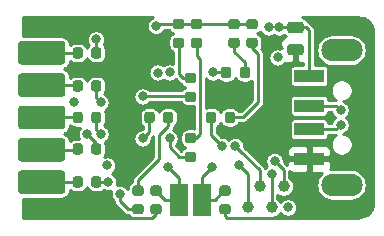
<source format=gbr>
G04 #@! TF.GenerationSoftware,KiCad,Pcbnew,5.1.6-c6e7f7d~86~ubuntu20.04.1*
G04 #@! TF.CreationDate,2020-05-29T14:13:17+02:00*
G04 #@! TF.ProjectId,atari-usb,61746172-692d-4757-9362-2e6b69636164,rev?*
G04 #@! TF.SameCoordinates,Original*
G04 #@! TF.FileFunction,Copper,L1,Top*
G04 #@! TF.FilePolarity,Positive*
%FSLAX46Y46*%
G04 Gerber Fmt 4.6, Leading zero omitted, Abs format (unit mm)*
G04 Created by KiCad (PCBNEW 5.1.6-c6e7f7d~86~ubuntu20.04.1) date 2020-05-29 14:13:17*
%MOMM*%
%LPD*%
G01*
G04 APERTURE LIST*
G04 #@! TA.AperFunction,SMDPad,CuDef*
%ADD10C,1.000000*%
G04 #@! TD*
G04 #@! TA.AperFunction,SMDPad,CuDef*
%ADD11R,1.500000X2.700000*%
G04 #@! TD*
G04 #@! TA.AperFunction,ComponentPad*
%ADD12O,3.500000X1.900000*%
G04 #@! TD*
G04 #@! TA.AperFunction,SMDPad,CuDef*
%ADD13R,2.500000X1.100000*%
G04 #@! TD*
G04 #@! TA.AperFunction,ViaPad*
%ADD14C,0.800000*%
G04 #@! TD*
G04 #@! TA.AperFunction,Conductor*
%ADD15C,0.250000*%
G04 #@! TD*
G04 #@! TA.AperFunction,Conductor*
%ADD16C,0.254000*%
G04 #@! TD*
G04 APERTURE END LIST*
D10*
X141351000Y-92075000D03*
X144399000Y-90297000D03*
X142367000Y-90297000D03*
X143383000Y-92075000D03*
G04 #@! TA.AperFunction,SMDPad,CuDef*
G36*
G01*
X140685000Y-80901250D02*
X140685000Y-80388750D01*
G75*
G02*
X140903750Y-80170000I218750J0D01*
G01*
X141341250Y-80170000D01*
G75*
G02*
X141560000Y-80388750I0J-218750D01*
G01*
X141560000Y-80901250D01*
G75*
G02*
X141341250Y-81120000I-218750J0D01*
G01*
X140903750Y-81120000D01*
G75*
G02*
X140685000Y-80901250I0J218750D01*
G01*
G37*
G04 #@! TD.AperFunction*
G04 #@! TA.AperFunction,SMDPad,CuDef*
G36*
G01*
X139110000Y-80901250D02*
X139110000Y-80388750D01*
G75*
G02*
X139328750Y-80170000I218750J0D01*
G01*
X139766250Y-80170000D01*
G75*
G02*
X139985000Y-80388750I0J-218750D01*
G01*
X139985000Y-80901250D01*
G75*
G02*
X139766250Y-81120000I-218750J0D01*
G01*
X139328750Y-81120000D01*
G75*
G02*
X139110000Y-80901250I0J218750D01*
G01*
G37*
G04 #@! TD.AperFunction*
G04 #@! TA.AperFunction,SMDPad,CuDef*
G36*
G01*
X134182500Y-84711250D02*
X134182500Y-84198750D01*
G75*
G02*
X134401250Y-83980000I218750J0D01*
G01*
X134838750Y-83980000D01*
G75*
G02*
X135057500Y-84198750I0J-218750D01*
G01*
X135057500Y-84711250D01*
G75*
G02*
X134838750Y-84930000I-218750J0D01*
G01*
X134401250Y-84930000D01*
G75*
G02*
X134182500Y-84711250I0J218750D01*
G01*
G37*
G04 #@! TD.AperFunction*
G04 #@! TA.AperFunction,SMDPad,CuDef*
G36*
G01*
X132607500Y-84711250D02*
X132607500Y-84198750D01*
G75*
G02*
X132826250Y-83980000I218750J0D01*
G01*
X133263750Y-83980000D01*
G75*
G02*
X133482500Y-84198750I0J-218750D01*
G01*
X133482500Y-84711250D01*
G75*
G02*
X133263750Y-84930000I-218750J0D01*
G01*
X132826250Y-84930000D01*
G75*
G02*
X132607500Y-84711250I0J218750D01*
G01*
G37*
G04 #@! TD.AperFunction*
G04 #@! TA.AperFunction,SMDPad,CuDef*
G36*
G01*
X139415000Y-84711250D02*
X139415000Y-84198750D01*
G75*
G02*
X139633750Y-83980000I218750J0D01*
G01*
X140071250Y-83980000D01*
G75*
G02*
X140290000Y-84198750I0J-218750D01*
G01*
X140290000Y-84711250D01*
G75*
G02*
X140071250Y-84930000I-218750J0D01*
G01*
X139633750Y-84930000D01*
G75*
G02*
X139415000Y-84711250I0J218750D01*
G01*
G37*
G04 #@! TD.AperFunction*
G04 #@! TA.AperFunction,SMDPad,CuDef*
G36*
G01*
X137840000Y-84711250D02*
X137840000Y-84198750D01*
G75*
G02*
X138058750Y-83980000I218750J0D01*
G01*
X138496250Y-83980000D01*
G75*
G02*
X138715000Y-84198750I0J-218750D01*
G01*
X138715000Y-84711250D01*
G75*
G02*
X138496250Y-84930000I-218750J0D01*
G01*
X138058750Y-84930000D01*
G75*
G02*
X137840000Y-84711250I0J218750D01*
G01*
G37*
G04 #@! TD.AperFunction*
G04 #@! TA.AperFunction,SMDPad,CuDef*
G36*
G01*
X136781250Y-86645000D02*
X136268750Y-86645000D01*
G75*
G02*
X136050000Y-86426250I0J218750D01*
G01*
X136050000Y-85988750D01*
G75*
G02*
X136268750Y-85770000I218750J0D01*
G01*
X136781250Y-85770000D01*
G75*
G02*
X137000000Y-85988750I0J-218750D01*
G01*
X137000000Y-86426250D01*
G75*
G02*
X136781250Y-86645000I-218750J0D01*
G01*
G37*
G04 #@! TD.AperFunction*
G04 #@! TA.AperFunction,SMDPad,CuDef*
G36*
G01*
X136781250Y-88220000D02*
X136268750Y-88220000D01*
G75*
G02*
X136050000Y-88001250I0J218750D01*
G01*
X136050000Y-87563750D01*
G75*
G02*
X136268750Y-87345000I218750J0D01*
G01*
X136781250Y-87345000D01*
G75*
G02*
X137000000Y-87563750I0J-218750D01*
G01*
X137000000Y-88001250D01*
G75*
G02*
X136781250Y-88220000I-218750J0D01*
G01*
G37*
G04 #@! TD.AperFunction*
G04 #@! TA.AperFunction,SMDPad,CuDef*
G36*
G01*
X136781250Y-81565000D02*
X136268750Y-81565000D01*
G75*
G02*
X136050000Y-81346250I0J218750D01*
G01*
X136050000Y-80908750D01*
G75*
G02*
X136268750Y-80690000I218750J0D01*
G01*
X136781250Y-80690000D01*
G75*
G02*
X137000000Y-80908750I0J-218750D01*
G01*
X137000000Y-81346250D01*
G75*
G02*
X136781250Y-81565000I-218750J0D01*
G01*
G37*
G04 #@! TD.AperFunction*
G04 #@! TA.AperFunction,SMDPad,CuDef*
G36*
G01*
X136781250Y-83140000D02*
X136268750Y-83140000D01*
G75*
G02*
X136050000Y-82921250I0J218750D01*
G01*
X136050000Y-82483750D01*
G75*
G02*
X136268750Y-82265000I218750J0D01*
G01*
X136781250Y-82265000D01*
G75*
G02*
X137000000Y-82483750I0J-218750D01*
G01*
X137000000Y-82921250D01*
G75*
G02*
X136781250Y-83140000I-218750J0D01*
G01*
G37*
G04 #@! TD.AperFunction*
G04 #@! TA.AperFunction,SMDPad,CuDef*
G36*
G01*
X139951750Y-77693000D02*
X140464250Y-77693000D01*
G75*
G02*
X140683000Y-77911750I0J-218750D01*
G01*
X140683000Y-78349250D01*
G75*
G02*
X140464250Y-78568000I-218750J0D01*
G01*
X139951750Y-78568000D01*
G75*
G02*
X139733000Y-78349250I0J218750D01*
G01*
X139733000Y-77911750D01*
G75*
G02*
X139951750Y-77693000I218750J0D01*
G01*
G37*
G04 #@! TD.AperFunction*
G04 #@! TA.AperFunction,SMDPad,CuDef*
G36*
G01*
X139951750Y-76118000D02*
X140464250Y-76118000D01*
G75*
G02*
X140683000Y-76336750I0J-218750D01*
G01*
X140683000Y-76774250D01*
G75*
G02*
X140464250Y-76993000I-218750J0D01*
G01*
X139951750Y-76993000D01*
G75*
G02*
X139733000Y-76774250I0J218750D01*
G01*
X139733000Y-76336750D01*
G75*
G02*
X139951750Y-76118000I218750J0D01*
G01*
G37*
G04 #@! TD.AperFunction*
G04 #@! TA.AperFunction,SMDPad,CuDef*
G36*
G01*
X132336250Y-91090000D02*
X131823750Y-91090000D01*
G75*
G02*
X131605000Y-90871250I0J218750D01*
G01*
X131605000Y-90433750D01*
G75*
G02*
X131823750Y-90215000I218750J0D01*
G01*
X132336250Y-90215000D01*
G75*
G02*
X132555000Y-90433750I0J-218750D01*
G01*
X132555000Y-90871250D01*
G75*
G02*
X132336250Y-91090000I-218750J0D01*
G01*
G37*
G04 #@! TD.AperFunction*
G04 #@! TA.AperFunction,SMDPad,CuDef*
G36*
G01*
X132336250Y-92665000D02*
X131823750Y-92665000D01*
G75*
G02*
X131605000Y-92446250I0J218750D01*
G01*
X131605000Y-92008750D01*
G75*
G02*
X131823750Y-91790000I218750J0D01*
G01*
X132336250Y-91790000D01*
G75*
G02*
X132555000Y-92008750I0J-218750D01*
G01*
X132555000Y-92446250D01*
G75*
G02*
X132336250Y-92665000I-218750J0D01*
G01*
G37*
G04 #@! TD.AperFunction*
G04 #@! TA.AperFunction,SMDPad,CuDef*
G36*
G01*
X141475750Y-77693000D02*
X141988250Y-77693000D01*
G75*
G02*
X142207000Y-77911750I0J-218750D01*
G01*
X142207000Y-78349250D01*
G75*
G02*
X141988250Y-78568000I-218750J0D01*
G01*
X141475750Y-78568000D01*
G75*
G02*
X141257000Y-78349250I0J218750D01*
G01*
X141257000Y-77911750D01*
G75*
G02*
X141475750Y-77693000I218750J0D01*
G01*
G37*
G04 #@! TD.AperFunction*
G04 #@! TA.AperFunction,SMDPad,CuDef*
G36*
G01*
X141475750Y-76118000D02*
X141988250Y-76118000D01*
G75*
G02*
X142207000Y-76336750I0J-218750D01*
G01*
X142207000Y-76774250D01*
G75*
G02*
X141988250Y-76993000I-218750J0D01*
G01*
X141475750Y-76993000D01*
G75*
G02*
X141257000Y-76774250I0J218750D01*
G01*
X141257000Y-76336750D01*
G75*
G02*
X141475750Y-76118000I218750J0D01*
G01*
G37*
G04 #@! TD.AperFunction*
G04 #@! TA.AperFunction,SMDPad,CuDef*
G36*
G01*
X136776750Y-77693000D02*
X137289250Y-77693000D01*
G75*
G02*
X137508000Y-77911750I0J-218750D01*
G01*
X137508000Y-78349250D01*
G75*
G02*
X137289250Y-78568000I-218750J0D01*
G01*
X136776750Y-78568000D01*
G75*
G02*
X136558000Y-78349250I0J218750D01*
G01*
X136558000Y-77911750D01*
G75*
G02*
X136776750Y-77693000I218750J0D01*
G01*
G37*
G04 #@! TD.AperFunction*
G04 #@! TA.AperFunction,SMDPad,CuDef*
G36*
G01*
X136776750Y-76118000D02*
X137289250Y-76118000D01*
G75*
G02*
X137508000Y-76336750I0J-218750D01*
G01*
X137508000Y-76774250D01*
G75*
G02*
X137289250Y-76993000I-218750J0D01*
G01*
X136776750Y-76993000D01*
G75*
G02*
X136558000Y-76774250I0J218750D01*
G01*
X136558000Y-76336750D01*
G75*
G02*
X136776750Y-76118000I218750J0D01*
G01*
G37*
G04 #@! TD.AperFunction*
G04 #@! TA.AperFunction,SMDPad,CuDef*
G36*
G01*
X135252750Y-77693000D02*
X135765250Y-77693000D01*
G75*
G02*
X135984000Y-77911750I0J-218750D01*
G01*
X135984000Y-78349250D01*
G75*
G02*
X135765250Y-78568000I-218750J0D01*
G01*
X135252750Y-78568000D01*
G75*
G02*
X135034000Y-78349250I0J218750D01*
G01*
X135034000Y-77911750D01*
G75*
G02*
X135252750Y-77693000I218750J0D01*
G01*
G37*
G04 #@! TD.AperFunction*
G04 #@! TA.AperFunction,SMDPad,CuDef*
G36*
G01*
X135252750Y-76118000D02*
X135765250Y-76118000D01*
G75*
G02*
X135984000Y-76336750I0J-218750D01*
G01*
X135984000Y-76774250D01*
G75*
G02*
X135765250Y-76993000I-218750J0D01*
G01*
X135252750Y-76993000D01*
G75*
G02*
X135034000Y-76774250I0J218750D01*
G01*
X135034000Y-76336750D01*
G75*
G02*
X135252750Y-76118000I218750J0D01*
G01*
G37*
G04 #@! TD.AperFunction*
G04 #@! TA.AperFunction,SMDPad,CuDef*
G36*
G01*
X128112000Y-79250250D02*
X128112000Y-78737750D01*
G75*
G02*
X128330750Y-78519000I218750J0D01*
G01*
X128768250Y-78519000D01*
G75*
G02*
X128987000Y-78737750I0J-218750D01*
G01*
X128987000Y-79250250D01*
G75*
G02*
X128768250Y-79469000I-218750J0D01*
G01*
X128330750Y-79469000D01*
G75*
G02*
X128112000Y-79250250I0J218750D01*
G01*
G37*
G04 #@! TD.AperFunction*
G04 #@! TA.AperFunction,SMDPad,CuDef*
G36*
G01*
X126537000Y-79250250D02*
X126537000Y-78737750D01*
G75*
G02*
X126755750Y-78519000I218750J0D01*
G01*
X127193250Y-78519000D01*
G75*
G02*
X127412000Y-78737750I0J-218750D01*
G01*
X127412000Y-79250250D01*
G75*
G02*
X127193250Y-79469000I-218750J0D01*
G01*
X126755750Y-79469000D01*
G75*
G02*
X126537000Y-79250250I0J218750D01*
G01*
G37*
G04 #@! TD.AperFunction*
G04 #@! TA.AperFunction,SMDPad,CuDef*
G36*
G01*
X128112000Y-82044250D02*
X128112000Y-81531750D01*
G75*
G02*
X128330750Y-81313000I218750J0D01*
G01*
X128768250Y-81313000D01*
G75*
G02*
X128987000Y-81531750I0J-218750D01*
G01*
X128987000Y-82044250D01*
G75*
G02*
X128768250Y-82263000I-218750J0D01*
G01*
X128330750Y-82263000D01*
G75*
G02*
X128112000Y-82044250I0J218750D01*
G01*
G37*
G04 #@! TD.AperFunction*
G04 #@! TA.AperFunction,SMDPad,CuDef*
G36*
G01*
X126537000Y-82044250D02*
X126537000Y-81531750D01*
G75*
G02*
X126755750Y-81313000I218750J0D01*
G01*
X127193250Y-81313000D01*
G75*
G02*
X127412000Y-81531750I0J-218750D01*
G01*
X127412000Y-82044250D01*
G75*
G02*
X127193250Y-82263000I-218750J0D01*
G01*
X126755750Y-82263000D01*
G75*
G02*
X126537000Y-82044250I0J218750D01*
G01*
G37*
G04 #@! TD.AperFunction*
G04 #@! TA.AperFunction,SMDPad,CuDef*
G36*
G01*
X128112000Y-84711250D02*
X128112000Y-84198750D01*
G75*
G02*
X128330750Y-83980000I218750J0D01*
G01*
X128768250Y-83980000D01*
G75*
G02*
X128987000Y-84198750I0J-218750D01*
G01*
X128987000Y-84711250D01*
G75*
G02*
X128768250Y-84930000I-218750J0D01*
G01*
X128330750Y-84930000D01*
G75*
G02*
X128112000Y-84711250I0J218750D01*
G01*
G37*
G04 #@! TD.AperFunction*
G04 #@! TA.AperFunction,SMDPad,CuDef*
G36*
G01*
X126537000Y-84711250D02*
X126537000Y-84198750D01*
G75*
G02*
X126755750Y-83980000I218750J0D01*
G01*
X127193250Y-83980000D01*
G75*
G02*
X127412000Y-84198750I0J-218750D01*
G01*
X127412000Y-84711250D01*
G75*
G02*
X127193250Y-84930000I-218750J0D01*
G01*
X126755750Y-84930000D01*
G75*
G02*
X126537000Y-84711250I0J218750D01*
G01*
G37*
G04 #@! TD.AperFunction*
G04 #@! TA.AperFunction,SMDPad,CuDef*
G36*
G01*
X128112000Y-87378250D02*
X128112000Y-86865750D01*
G75*
G02*
X128330750Y-86647000I218750J0D01*
G01*
X128768250Y-86647000D01*
G75*
G02*
X128987000Y-86865750I0J-218750D01*
G01*
X128987000Y-87378250D01*
G75*
G02*
X128768250Y-87597000I-218750J0D01*
G01*
X128330750Y-87597000D01*
G75*
G02*
X128112000Y-87378250I0J218750D01*
G01*
G37*
G04 #@! TD.AperFunction*
G04 #@! TA.AperFunction,SMDPad,CuDef*
G36*
G01*
X126537000Y-87378250D02*
X126537000Y-86865750D01*
G75*
G02*
X126755750Y-86647000I218750J0D01*
G01*
X127193250Y-86647000D01*
G75*
G02*
X127412000Y-86865750I0J-218750D01*
G01*
X127412000Y-87378250D01*
G75*
G02*
X127193250Y-87597000I-218750J0D01*
G01*
X126755750Y-87597000D01*
G75*
G02*
X126537000Y-87378250I0J218750D01*
G01*
G37*
G04 #@! TD.AperFunction*
G04 #@! TA.AperFunction,SMDPad,CuDef*
G36*
G01*
X128112000Y-90172250D02*
X128112000Y-89659750D01*
G75*
G02*
X128330750Y-89441000I218750J0D01*
G01*
X128768250Y-89441000D01*
G75*
G02*
X128987000Y-89659750I0J-218750D01*
G01*
X128987000Y-90172250D01*
G75*
G02*
X128768250Y-90391000I-218750J0D01*
G01*
X128330750Y-90391000D01*
G75*
G02*
X128112000Y-90172250I0J218750D01*
G01*
G37*
G04 #@! TD.AperFunction*
G04 #@! TA.AperFunction,SMDPad,CuDef*
G36*
G01*
X126537000Y-90172250D02*
X126537000Y-89659750D01*
G75*
G02*
X126755750Y-89441000I218750J0D01*
G01*
X127193250Y-89441000D01*
G75*
G02*
X127412000Y-89659750I0J-218750D01*
G01*
X127412000Y-90172250D01*
G75*
G02*
X127193250Y-90391000I-218750J0D01*
G01*
X126755750Y-90391000D01*
G75*
G02*
X126537000Y-90172250I0J218750D01*
G01*
G37*
G04 #@! TD.AperFunction*
D11*
X135575000Y-91440000D03*
X137475000Y-91440000D03*
G04 #@! TA.AperFunction,SMDPad,CuDef*
G36*
G01*
X145871250Y-77322500D02*
X144958750Y-77322500D01*
G75*
G02*
X144715000Y-77078750I0J243750D01*
G01*
X144715000Y-76591250D01*
G75*
G02*
X144958750Y-76347500I243750J0D01*
G01*
X145871250Y-76347500D01*
G75*
G02*
X146115000Y-76591250I0J-243750D01*
G01*
X146115000Y-77078750D01*
G75*
G02*
X145871250Y-77322500I-243750J0D01*
G01*
G37*
G04 #@! TD.AperFunction*
G04 #@! TA.AperFunction,SMDPad,CuDef*
G36*
G01*
X145871250Y-79197500D02*
X144958750Y-79197500D01*
G75*
G02*
X144715000Y-78953750I0J243750D01*
G01*
X144715000Y-78466250D01*
G75*
G02*
X144958750Y-78222500I243750J0D01*
G01*
X145871250Y-78222500D01*
G75*
G02*
X146115000Y-78466250I0J-243750D01*
G01*
X146115000Y-78953750D01*
G75*
G02*
X145871250Y-79197500I-243750J0D01*
G01*
G37*
G04 #@! TD.AperFunction*
G04 #@! TA.AperFunction,SMDPad,CuDef*
G36*
G01*
X139189750Y-91790000D02*
X139702250Y-91790000D01*
G75*
G02*
X139921000Y-92008750I0J-218750D01*
G01*
X139921000Y-92446250D01*
G75*
G02*
X139702250Y-92665000I-218750J0D01*
G01*
X139189750Y-92665000D01*
G75*
G02*
X138971000Y-92446250I0J218750D01*
G01*
X138971000Y-92008750D01*
G75*
G02*
X139189750Y-91790000I218750J0D01*
G01*
G37*
G04 #@! TD.AperFunction*
G04 #@! TA.AperFunction,SMDPad,CuDef*
G36*
G01*
X139189750Y-90215000D02*
X139702250Y-90215000D01*
G75*
G02*
X139921000Y-90433750I0J-218750D01*
G01*
X139921000Y-90871250D01*
G75*
G02*
X139702250Y-91090000I-218750J0D01*
G01*
X139189750Y-91090000D01*
G75*
G02*
X138971000Y-90871250I0J218750D01*
G01*
X138971000Y-90433750D01*
G75*
G02*
X139189750Y-90215000I218750J0D01*
G01*
G37*
G04 #@! TD.AperFunction*
G04 #@! TA.AperFunction,SMDPad,CuDef*
G36*
G01*
X133347750Y-91790000D02*
X133860250Y-91790000D01*
G75*
G02*
X134079000Y-92008750I0J-218750D01*
G01*
X134079000Y-92446250D01*
G75*
G02*
X133860250Y-92665000I-218750J0D01*
G01*
X133347750Y-92665000D01*
G75*
G02*
X133129000Y-92446250I0J218750D01*
G01*
X133129000Y-92008750D01*
G75*
G02*
X133347750Y-91790000I218750J0D01*
G01*
G37*
G04 #@! TD.AperFunction*
G04 #@! TA.AperFunction,SMDPad,CuDef*
G36*
G01*
X133347750Y-90215000D02*
X133860250Y-90215000D01*
G75*
G02*
X134079000Y-90433750I0J-218750D01*
G01*
X134079000Y-90871250D01*
G75*
G02*
X133860250Y-91090000I-218750J0D01*
G01*
X133347750Y-91090000D01*
G75*
G02*
X133129000Y-90871250I0J218750D01*
G01*
X133129000Y-90433750D01*
G75*
G02*
X133347750Y-90215000I218750J0D01*
G01*
G37*
G04 #@! TD.AperFunction*
G04 #@! TA.AperFunction,SMDPad,CuDef*
G36*
G01*
X122182000Y-88935000D02*
X125658000Y-88935000D01*
G75*
G02*
X125920000Y-89197000I0J-262000D01*
G01*
X125920000Y-90673000D01*
G75*
G02*
X125658000Y-90935000I-262000J0D01*
G01*
X122182000Y-90935000D01*
G75*
G02*
X121920000Y-90673000I0J262000D01*
G01*
X121920000Y-89197000D01*
G75*
G02*
X122182000Y-88935000I262000J0D01*
G01*
G37*
G04 #@! TD.AperFunction*
G04 #@! TA.AperFunction,SMDPad,CuDef*
G36*
G01*
X122182000Y-86195000D02*
X125658000Y-86195000D01*
G75*
G02*
X125920000Y-86457000I0J-262000D01*
G01*
X125920000Y-87933000D01*
G75*
G02*
X125658000Y-88195000I-262000J0D01*
G01*
X122182000Y-88195000D01*
G75*
G02*
X121920000Y-87933000I0J262000D01*
G01*
X121920000Y-86457000D01*
G75*
G02*
X122182000Y-86195000I262000J0D01*
G01*
G37*
G04 #@! TD.AperFunction*
G04 #@! TA.AperFunction,SMDPad,CuDef*
G36*
G01*
X122182000Y-77975000D02*
X125658000Y-77975000D01*
G75*
G02*
X125920000Y-78237000I0J-262000D01*
G01*
X125920000Y-79713000D01*
G75*
G02*
X125658000Y-79975000I-262000J0D01*
G01*
X122182000Y-79975000D01*
G75*
G02*
X121920000Y-79713000I0J262000D01*
G01*
X121920000Y-78237000D01*
G75*
G02*
X122182000Y-77975000I262000J0D01*
G01*
G37*
G04 #@! TD.AperFunction*
G04 #@! TA.AperFunction,SMDPad,CuDef*
G36*
G01*
X122182000Y-80715000D02*
X125658000Y-80715000D01*
G75*
G02*
X125920000Y-80977000I0J-262000D01*
G01*
X125920000Y-82453000D01*
G75*
G02*
X125658000Y-82715000I-262000J0D01*
G01*
X122182000Y-82715000D01*
G75*
G02*
X121920000Y-82453000I0J262000D01*
G01*
X121920000Y-80977000D01*
G75*
G02*
X122182000Y-80715000I262000J0D01*
G01*
G37*
G04 #@! TD.AperFunction*
G04 #@! TA.AperFunction,SMDPad,CuDef*
G36*
G01*
X122182000Y-83455000D02*
X125658000Y-83455000D01*
G75*
G02*
X125920000Y-83717000I0J-262000D01*
G01*
X125920000Y-85193000D01*
G75*
G02*
X125658000Y-85455000I-262000J0D01*
G01*
X122182000Y-85455000D01*
G75*
G02*
X121920000Y-85193000I0J262000D01*
G01*
X121920000Y-83717000D01*
G75*
G02*
X122182000Y-83455000I262000J0D01*
G01*
G37*
G04 #@! TD.AperFunction*
D12*
X149310000Y-90155000D03*
X149310000Y-78755000D03*
D13*
X146560000Y-87955000D03*
X146560000Y-80955000D03*
X146560000Y-85455000D03*
X146560000Y-83455000D03*
D14*
X149225000Y-85090000D03*
X149225000Y-83820000D03*
X148336000Y-84455000D03*
X140462000Y-82550000D03*
X126619000Y-85852000D03*
X128905000Y-92075000D03*
X129794000Y-76708000D03*
X132715012Y-80645000D03*
X139192000Y-82550000D03*
X130810000Y-89916000D03*
X146431000Y-89916000D03*
X149352000Y-80645000D03*
X134620000Y-88646000D03*
X138303000Y-88646000D03*
X126619000Y-83185000D03*
X133604000Y-76708000D03*
X144018000Y-76835000D03*
X143129000Y-76835000D03*
X144780000Y-92075000D03*
X130556000Y-90932000D03*
X143891000Y-79375000D03*
X140589000Y-88519000D03*
X134747000Y-80645000D03*
X129540000Y-89916000D03*
X129474998Y-88519000D03*
X133735653Y-80649653D03*
X127762000Y-85852000D03*
X128905000Y-85852000D03*
X128905000Y-83185000D03*
X128524000Y-77851000D03*
X132461000Y-82677000D03*
X134747000Y-86233000D03*
X139207997Y-86868012D03*
X132461000Y-86233000D03*
X143383000Y-89281000D03*
X140308961Y-86882423D03*
X143637000Y-88138000D03*
X138430000Y-80645000D03*
D15*
X146560000Y-85455000D02*
X148860000Y-85455000D01*
X148860000Y-85455000D02*
X149225000Y-85090000D01*
X146560000Y-83455000D02*
X148860000Y-83455000D01*
X148860000Y-83455000D02*
X149225000Y-83820000D01*
X129304999Y-92474999D02*
X128905000Y-92075000D01*
X129820010Y-92990010D02*
X129304999Y-92474999D01*
X133278990Y-92990010D02*
X129820010Y-92990010D01*
X133604000Y-92665000D02*
X133278990Y-92990010D01*
X133604000Y-92227500D02*
X133604000Y-92665000D01*
X146431000Y-90481685D02*
X146431000Y-89916000D01*
X139446000Y-92837000D02*
X139446000Y-92227500D01*
X139573000Y-92964000D02*
X139446000Y-92837000D01*
X144964002Y-92964000D02*
X139573000Y-92964000D01*
X146431000Y-91497002D02*
X144964002Y-92964000D01*
X146431000Y-89916000D02*
X146431000Y-91497002D01*
X135890000Y-90678000D02*
X135890000Y-90652500D01*
X135575000Y-91440000D02*
X135575000Y-89601000D01*
X135575000Y-89601000D02*
X134620000Y-88646000D01*
X133604000Y-90678000D02*
X133604000Y-90652500D01*
X135575000Y-91440000D02*
X134366000Y-91440000D01*
X134366000Y-91440000D02*
X133604000Y-90678000D01*
X139370000Y-90627000D02*
X139446000Y-90627000D01*
X137475000Y-91440000D02*
X138557000Y-91440000D01*
X138557000Y-91440000D02*
X139370000Y-90627000D01*
X137475000Y-91440000D02*
X137475000Y-89474000D01*
X137475000Y-89474000D02*
X138303000Y-88646000D01*
X146304000Y-76835000D02*
X145415000Y-76835000D01*
X146560000Y-77091000D02*
X146304000Y-76835000D01*
X146560000Y-80955000D02*
X146560000Y-77091000D01*
X133756500Y-76555500D02*
X133604000Y-76708000D01*
X135509000Y-76555500D02*
X133756500Y-76555500D01*
X135509000Y-76555500D02*
X137033000Y-76555500D01*
X137033000Y-76555500D02*
X140208000Y-76555500D01*
X140208000Y-76555500D02*
X141732000Y-76555500D01*
X145415000Y-76835000D02*
X144018000Y-76835000D01*
X130556000Y-91567000D02*
X130556000Y-90932000D01*
X131216500Y-92227500D02*
X130556000Y-91567000D01*
X132080000Y-92227500D02*
X131216500Y-92227500D01*
X141351000Y-89281000D02*
X140589000Y-88519000D01*
X141351000Y-92075000D02*
X141351000Y-89281000D01*
X126955500Y-89935000D02*
X126974500Y-89916000D01*
X123920000Y-89935000D02*
X126955500Y-89935000D01*
X126901500Y-87195000D02*
X126974500Y-87122000D01*
X123920000Y-87195000D02*
X126901500Y-87195000D01*
X126955500Y-78975000D02*
X126974500Y-78994000D01*
X123920000Y-78975000D02*
X126955500Y-78975000D01*
X126901500Y-81715000D02*
X126974500Y-81788000D01*
X123920000Y-81715000D02*
X126901500Y-81715000D01*
X123920000Y-84455000D02*
X126974500Y-84455000D01*
X128549500Y-89916000D02*
X129540000Y-89916000D01*
X128549500Y-86639500D02*
X127762000Y-85852000D01*
X128549500Y-87122000D02*
X128549500Y-86639500D01*
X128549500Y-85496500D02*
X128905000Y-85852000D01*
X128549500Y-84455000D02*
X128549500Y-85496500D01*
X128549500Y-82829500D02*
X128905000Y-83185000D01*
X128549500Y-81788000D02*
X128549500Y-82829500D01*
X128549500Y-77876500D02*
X128524000Y-77851000D01*
X128549500Y-78994000D02*
X128549500Y-77876500D01*
X135864500Y-81127500D02*
X136525000Y-81127500D01*
X135509000Y-80772000D02*
X135864500Y-81127500D01*
X135509000Y-78130500D02*
X135509000Y-80772000D01*
X137325010Y-85882490D02*
X137325010Y-79540010D01*
X137000000Y-86207500D02*
X137325010Y-85882490D01*
X136525000Y-86207500D02*
X137000000Y-86207500D01*
X137033000Y-79248000D02*
X137033000Y-78156000D01*
X137325010Y-79540010D02*
X137033000Y-79248000D01*
X140970000Y-84455000D02*
X139852500Y-84455000D01*
X142240000Y-83185000D02*
X140970000Y-84455000D01*
X142240000Y-79076000D02*
X142240000Y-83185000D01*
X141732000Y-78568000D02*
X142240000Y-79076000D01*
X141732000Y-78130500D02*
X141732000Y-78568000D01*
X134620000Y-85217000D02*
X134620000Y-84455000D01*
X133858000Y-85979000D02*
X134620000Y-85217000D01*
X133858000Y-88011000D02*
X133858000Y-85979000D01*
X132080000Y-89789000D02*
X133858000Y-88011000D01*
X132080000Y-90652500D02*
X132080000Y-89789000D01*
X140208000Y-78879750D02*
X140208000Y-78130500D01*
X141122500Y-79794250D02*
X140208000Y-78879750D01*
X141122500Y-80645000D02*
X141122500Y-79794250D01*
X136499500Y-82677000D02*
X136525000Y-82702500D01*
X132461000Y-82677000D02*
X136499500Y-82677000D01*
X135534500Y-87782500D02*
X136525000Y-87782500D01*
X134747000Y-86995000D02*
X135534500Y-87782500D01*
X134747000Y-86233000D02*
X134747000Y-86995000D01*
X138277500Y-85937515D02*
X139207997Y-86868012D01*
X138277500Y-84455000D02*
X138277500Y-85937515D01*
X133045000Y-85649000D02*
X132461000Y-86233000D01*
X133045000Y-84455000D02*
X133045000Y-85649000D01*
X143383000Y-92075000D02*
X143383000Y-89281000D01*
X142367000Y-90297000D02*
X142367000Y-88940462D01*
X142367000Y-88940462D02*
X140708960Y-87282422D01*
X140708960Y-87282422D02*
X140308961Y-86882423D01*
X144399000Y-88900000D02*
X143637000Y-88138000D01*
X144399000Y-90297000D02*
X144399000Y-88900000D01*
X138430000Y-80645000D02*
X139547500Y-80645000D01*
D16*
G36*
X127774951Y-90402470D02*
G01*
X127830544Y-90506477D01*
X127905360Y-90597640D01*
X127996523Y-90672456D01*
X128100530Y-90728049D01*
X128213385Y-90762284D01*
X128330750Y-90773843D01*
X128768250Y-90773843D01*
X128885615Y-90762284D01*
X128998470Y-90728049D01*
X129102477Y-90672456D01*
X129177249Y-90611092D01*
X129312191Y-90666987D01*
X129463078Y-90697000D01*
X129616922Y-90697000D01*
X129767809Y-90666987D01*
X129831321Y-90640679D01*
X129805013Y-90704191D01*
X129775000Y-90855078D01*
X129775000Y-91008922D01*
X129805013Y-91159809D01*
X129863887Y-91301942D01*
X129949358Y-91429859D01*
X130050000Y-91530501D01*
X130050000Y-91542153D01*
X130047553Y-91567000D01*
X130050000Y-91591846D01*
X130050000Y-91591853D01*
X130057322Y-91666192D01*
X130086255Y-91761574D01*
X130133241Y-91849479D01*
X130196473Y-91926527D01*
X130215785Y-91942376D01*
X130841128Y-92567720D01*
X130856973Y-92587027D01*
X130934021Y-92650259D01*
X131021925Y-92697245D01*
X131117307Y-92726178D01*
X131191646Y-92733500D01*
X131191653Y-92733500D01*
X131216499Y-92735947D01*
X131241345Y-92733500D01*
X131298434Y-92733500D01*
X131323544Y-92780477D01*
X131398360Y-92871640D01*
X131480438Y-92939000D01*
X122326000Y-92939000D01*
X122326000Y-91317843D01*
X125658000Y-91317843D01*
X125783803Y-91305453D01*
X125904771Y-91268757D01*
X126016256Y-91209167D01*
X126113973Y-91128973D01*
X126194167Y-91031256D01*
X126253757Y-90919771D01*
X126290453Y-90798803D01*
X126302843Y-90673000D01*
X126302843Y-90564111D01*
X126330360Y-90597640D01*
X126421523Y-90672456D01*
X126525530Y-90728049D01*
X126638385Y-90762284D01*
X126755750Y-90773843D01*
X127193250Y-90773843D01*
X127310615Y-90762284D01*
X127423470Y-90728049D01*
X127527477Y-90672456D01*
X127618640Y-90597640D01*
X127693456Y-90506477D01*
X127749049Y-90402470D01*
X127762000Y-90359777D01*
X127774951Y-90402470D01*
G37*
X127774951Y-90402470D02*
X127830544Y-90506477D01*
X127905360Y-90597640D01*
X127996523Y-90672456D01*
X128100530Y-90728049D01*
X128213385Y-90762284D01*
X128330750Y-90773843D01*
X128768250Y-90773843D01*
X128885615Y-90762284D01*
X128998470Y-90728049D01*
X129102477Y-90672456D01*
X129177249Y-90611092D01*
X129312191Y-90666987D01*
X129463078Y-90697000D01*
X129616922Y-90697000D01*
X129767809Y-90666987D01*
X129831321Y-90640679D01*
X129805013Y-90704191D01*
X129775000Y-90855078D01*
X129775000Y-91008922D01*
X129805013Y-91159809D01*
X129863887Y-91301942D01*
X129949358Y-91429859D01*
X130050000Y-91530501D01*
X130050000Y-91542153D01*
X130047553Y-91567000D01*
X130050000Y-91591846D01*
X130050000Y-91591853D01*
X130057322Y-91666192D01*
X130086255Y-91761574D01*
X130133241Y-91849479D01*
X130196473Y-91926527D01*
X130215785Y-91942376D01*
X130841128Y-92567720D01*
X130856973Y-92587027D01*
X130934021Y-92650259D01*
X131021925Y-92697245D01*
X131117307Y-92726178D01*
X131191646Y-92733500D01*
X131191653Y-92733500D01*
X131216499Y-92735947D01*
X131241345Y-92733500D01*
X131298434Y-92733500D01*
X131323544Y-92780477D01*
X131398360Y-92871640D01*
X131480438Y-92939000D01*
X122326000Y-92939000D01*
X122326000Y-91317843D01*
X125658000Y-91317843D01*
X125783803Y-91305453D01*
X125904771Y-91268757D01*
X126016256Y-91209167D01*
X126113973Y-91128973D01*
X126194167Y-91031256D01*
X126253757Y-90919771D01*
X126290453Y-90798803D01*
X126302843Y-90673000D01*
X126302843Y-90564111D01*
X126330360Y-90597640D01*
X126421523Y-90672456D01*
X126525530Y-90728049D01*
X126638385Y-90762284D01*
X126755750Y-90773843D01*
X127193250Y-90773843D01*
X127310615Y-90762284D01*
X127423470Y-90728049D01*
X127527477Y-90672456D01*
X127618640Y-90597640D01*
X127693456Y-90506477D01*
X127749049Y-90402470D01*
X127762000Y-90359777D01*
X127774951Y-90402470D01*
G36*
X150990442Y-75996620D02*
G01*
X151222693Y-76066741D01*
X151436897Y-76180636D01*
X151624898Y-76333966D01*
X151779537Y-76520892D01*
X151894925Y-76734297D01*
X151966664Y-76966050D01*
X151994000Y-77226133D01*
X151994001Y-91674136D01*
X151968380Y-91935442D01*
X151898260Y-92167692D01*
X151784368Y-92381891D01*
X151631036Y-92569896D01*
X151444109Y-92724536D01*
X151230702Y-92839925D01*
X150998951Y-92911664D01*
X150738867Y-92939000D01*
X143555236Y-92939000D01*
X143639978Y-92922144D01*
X143800310Y-92855732D01*
X143944605Y-92759318D01*
X144067318Y-92636605D01*
X144141635Y-92525381D01*
X144173358Y-92572859D01*
X144282141Y-92681642D01*
X144410058Y-92767113D01*
X144552191Y-92825987D01*
X144703078Y-92856000D01*
X144856922Y-92856000D01*
X145007809Y-92825987D01*
X145149942Y-92767113D01*
X145277859Y-92681642D01*
X145386642Y-92572859D01*
X145472113Y-92444942D01*
X145530987Y-92302809D01*
X145561000Y-92151922D01*
X145561000Y-91998078D01*
X145530987Y-91847191D01*
X145472113Y-91705058D01*
X145386642Y-91577141D01*
X145277859Y-91468358D01*
X145149942Y-91382887D01*
X145007809Y-91324013D01*
X144856922Y-91294000D01*
X144703078Y-91294000D01*
X144552191Y-91324013D01*
X144410058Y-91382887D01*
X144282141Y-91468358D01*
X144173358Y-91577141D01*
X144141635Y-91624619D01*
X144067318Y-91513395D01*
X143944605Y-91390682D01*
X143889000Y-91353528D01*
X143889000Y-91015799D01*
X143981690Y-91077732D01*
X144142022Y-91144144D01*
X144312229Y-91178000D01*
X144485771Y-91178000D01*
X144655978Y-91144144D01*
X144816310Y-91077732D01*
X144960605Y-90981318D01*
X145083318Y-90858605D01*
X145179732Y-90714310D01*
X145246144Y-90553978D01*
X145280000Y-90383771D01*
X145280000Y-90210229D01*
X145246144Y-90040022D01*
X145179732Y-89879690D01*
X145083318Y-89735395D01*
X144960605Y-89612682D01*
X144905000Y-89575528D01*
X144905000Y-88994088D01*
X144955506Y-89035537D01*
X145065820Y-89094502D01*
X145185518Y-89130812D01*
X145310000Y-89143072D01*
X146274250Y-89140000D01*
X146433000Y-88981250D01*
X146433000Y-88082000D01*
X146687000Y-88082000D01*
X146687000Y-88981250D01*
X146845750Y-89140000D01*
X147645608Y-89142548D01*
X147564287Y-89209287D01*
X147397959Y-89411958D01*
X147274367Y-89643184D01*
X147198259Y-89894078D01*
X147172560Y-90155000D01*
X147198259Y-90415922D01*
X147274367Y-90666816D01*
X147397959Y-90898042D01*
X147564287Y-91100713D01*
X147766958Y-91267041D01*
X147998184Y-91390633D01*
X148249078Y-91466741D01*
X148444615Y-91486000D01*
X150175385Y-91486000D01*
X150370922Y-91466741D01*
X150621816Y-91390633D01*
X150853042Y-91267041D01*
X151055713Y-91100713D01*
X151222041Y-90898042D01*
X151345633Y-90666816D01*
X151421741Y-90415922D01*
X151447440Y-90155000D01*
X151421741Y-89894078D01*
X151345633Y-89643184D01*
X151222041Y-89411958D01*
X151055713Y-89209287D01*
X150853042Y-89042959D01*
X150621816Y-88919367D01*
X150370922Y-88843259D01*
X150175385Y-88824000D01*
X148444615Y-88824000D01*
X148354780Y-88832848D01*
X148399502Y-88749180D01*
X148435812Y-88629482D01*
X148448072Y-88505000D01*
X148445000Y-88240750D01*
X148286250Y-88082000D01*
X146687000Y-88082000D01*
X146433000Y-88082000D01*
X144833750Y-88082000D01*
X144675000Y-88240750D01*
X144672476Y-88457884D01*
X144418000Y-88203408D01*
X144418000Y-88061078D01*
X144387987Y-87910191D01*
X144329113Y-87768058D01*
X144243642Y-87640141D01*
X144134859Y-87531358D01*
X144006942Y-87445887D01*
X143908234Y-87405000D01*
X144671928Y-87405000D01*
X144675000Y-87669250D01*
X144833750Y-87828000D01*
X146433000Y-87828000D01*
X146433000Y-86928750D01*
X146687000Y-86928750D01*
X146687000Y-87828000D01*
X148286250Y-87828000D01*
X148445000Y-87669250D01*
X148448072Y-87405000D01*
X148435812Y-87280518D01*
X148399502Y-87160820D01*
X148340537Y-87050506D01*
X148261185Y-86953815D01*
X148164494Y-86874463D01*
X148054180Y-86815498D01*
X147934482Y-86779188D01*
X147810000Y-86766928D01*
X146845750Y-86770000D01*
X146687000Y-86928750D01*
X146433000Y-86928750D01*
X146274250Y-86770000D01*
X145310000Y-86766928D01*
X145185518Y-86779188D01*
X145065820Y-86815498D01*
X144955506Y-86874463D01*
X144858815Y-86953815D01*
X144779463Y-87050506D01*
X144720498Y-87160820D01*
X144684188Y-87280518D01*
X144671928Y-87405000D01*
X143908234Y-87405000D01*
X143864809Y-87387013D01*
X143713922Y-87357000D01*
X143560078Y-87357000D01*
X143409191Y-87387013D01*
X143267058Y-87445887D01*
X143139141Y-87531358D01*
X143030358Y-87640141D01*
X142944887Y-87768058D01*
X142886013Y-87910191D01*
X142856000Y-88061078D01*
X142856000Y-88214922D01*
X142886013Y-88365809D01*
X142944887Y-88507942D01*
X143003320Y-88595394D01*
X142885141Y-88674358D01*
X142828687Y-88730812D01*
X142815117Y-88705425D01*
X142789759Y-88657983D01*
X142726527Y-88580935D01*
X142707220Y-88565090D01*
X141089961Y-86947832D01*
X141089961Y-86805501D01*
X141059948Y-86654614D01*
X141001074Y-86512481D01*
X140915603Y-86384564D01*
X140806820Y-86275781D01*
X140678903Y-86190310D01*
X140536770Y-86131436D01*
X140385883Y-86101423D01*
X140232039Y-86101423D01*
X140081152Y-86131436D01*
X139939019Y-86190310D01*
X139811102Y-86275781D01*
X139765685Y-86321199D01*
X139705856Y-86261370D01*
X139577939Y-86175899D01*
X139435806Y-86117025D01*
X139284919Y-86087012D01*
X139142589Y-86087012D01*
X138783500Y-85727924D01*
X138783500Y-85236566D01*
X138830477Y-85211456D01*
X138921640Y-85136640D01*
X138996456Y-85045477D01*
X139052049Y-84941470D01*
X139065000Y-84898777D01*
X139077951Y-84941470D01*
X139133544Y-85045477D01*
X139208360Y-85136640D01*
X139299523Y-85211456D01*
X139403530Y-85267049D01*
X139516385Y-85301284D01*
X139633750Y-85312843D01*
X140071250Y-85312843D01*
X140188615Y-85301284D01*
X140301470Y-85267049D01*
X140405477Y-85211456D01*
X140496640Y-85136640D01*
X140571456Y-85045477D01*
X140616610Y-84961000D01*
X140945154Y-84961000D01*
X140970000Y-84963447D01*
X140994846Y-84961000D01*
X140994854Y-84961000D01*
X141069193Y-84953678D01*
X141164575Y-84924745D01*
X141252479Y-84877759D01*
X141329527Y-84814527D01*
X141345376Y-84795215D01*
X142580222Y-83560370D01*
X142599527Y-83544527D01*
X142662759Y-83467479D01*
X142709745Y-83379575D01*
X142716064Y-83358744D01*
X142738678Y-83284194D01*
X142739652Y-83274306D01*
X142746000Y-83209854D01*
X142746000Y-83209847D01*
X142748447Y-83185001D01*
X142746000Y-83160155D01*
X142746000Y-82905000D01*
X144927157Y-82905000D01*
X144927157Y-84005000D01*
X144934513Y-84079689D01*
X144956299Y-84151508D01*
X144991678Y-84217696D01*
X145039289Y-84275711D01*
X145097304Y-84323322D01*
X145163492Y-84358701D01*
X145235311Y-84380487D01*
X145310000Y-84387843D01*
X147810000Y-84387843D01*
X147884689Y-84380487D01*
X147956508Y-84358701D01*
X148022696Y-84323322D01*
X148080711Y-84275711D01*
X148128322Y-84217696D01*
X148163701Y-84151508D01*
X148185487Y-84079689D01*
X148192843Y-84005000D01*
X148192843Y-83961000D01*
X148456746Y-83961000D01*
X148474013Y-84047809D01*
X148532887Y-84189942D01*
X148618358Y-84317859D01*
X148727141Y-84426642D01*
X148769582Y-84455000D01*
X148727141Y-84483358D01*
X148618358Y-84592141D01*
X148532887Y-84720058D01*
X148474013Y-84862191D01*
X148456746Y-84949000D01*
X148192843Y-84949000D01*
X148192843Y-84905000D01*
X148185487Y-84830311D01*
X148163701Y-84758492D01*
X148128322Y-84692304D01*
X148080711Y-84634289D01*
X148022696Y-84586678D01*
X147956508Y-84551299D01*
X147884689Y-84529513D01*
X147810000Y-84522157D01*
X145310000Y-84522157D01*
X145235311Y-84529513D01*
X145163492Y-84551299D01*
X145097304Y-84586678D01*
X145039289Y-84634289D01*
X144991678Y-84692304D01*
X144956299Y-84758492D01*
X144934513Y-84830311D01*
X144927157Y-84905000D01*
X144927157Y-86005000D01*
X144934513Y-86079689D01*
X144956299Y-86151508D01*
X144991678Y-86217696D01*
X145039289Y-86275711D01*
X145097304Y-86323322D01*
X145163492Y-86358701D01*
X145235311Y-86380487D01*
X145310000Y-86387843D01*
X147810000Y-86387843D01*
X147884689Y-86380487D01*
X147956508Y-86358701D01*
X148022696Y-86323322D01*
X148080711Y-86275711D01*
X148128322Y-86217696D01*
X148163701Y-86151508D01*
X148185487Y-86079689D01*
X148192843Y-86005000D01*
X148192843Y-85961000D01*
X148822549Y-85961000D01*
X148716522Y-86031845D01*
X148586845Y-86161522D01*
X148484958Y-86314006D01*
X148414778Y-86483437D01*
X148379000Y-86663304D01*
X148379000Y-86846696D01*
X148414778Y-87026563D01*
X148484958Y-87195994D01*
X148586845Y-87348478D01*
X148716522Y-87478155D01*
X148869006Y-87580042D01*
X149038437Y-87650222D01*
X149218304Y-87686000D01*
X149401696Y-87686000D01*
X149581563Y-87650222D01*
X149750994Y-87580042D01*
X149903478Y-87478155D01*
X150033155Y-87348478D01*
X150135042Y-87195994D01*
X150205222Y-87026563D01*
X150241000Y-86846696D01*
X150241000Y-86663304D01*
X150205222Y-86483437D01*
X150135042Y-86314006D01*
X150033155Y-86161522D01*
X149903478Y-86031845D01*
X149750994Y-85929958D01*
X149581563Y-85859778D01*
X149463932Y-85836380D01*
X149594942Y-85782113D01*
X149722859Y-85696642D01*
X149831642Y-85587859D01*
X149917113Y-85459942D01*
X149975987Y-85317809D01*
X150006000Y-85166922D01*
X150006000Y-85013078D01*
X149975987Y-84862191D01*
X149917113Y-84720058D01*
X149831642Y-84592141D01*
X149722859Y-84483358D01*
X149680418Y-84455000D01*
X149722859Y-84426642D01*
X149831642Y-84317859D01*
X149917113Y-84189942D01*
X149975987Y-84047809D01*
X150006000Y-83896922D01*
X150006000Y-83743078D01*
X149975987Y-83592191D01*
X149917113Y-83450058D01*
X149831642Y-83322141D01*
X149722859Y-83213358D01*
X149594942Y-83127887D01*
X149463932Y-83073620D01*
X149581563Y-83050222D01*
X149750994Y-82980042D01*
X149903478Y-82878155D01*
X150033155Y-82748478D01*
X150135042Y-82595994D01*
X150205222Y-82426563D01*
X150241000Y-82246696D01*
X150241000Y-82063304D01*
X150205222Y-81883437D01*
X150135042Y-81714006D01*
X150033155Y-81561522D01*
X149903478Y-81431845D01*
X149750994Y-81329958D01*
X149581563Y-81259778D01*
X149401696Y-81224000D01*
X149218304Y-81224000D01*
X149038437Y-81259778D01*
X148869006Y-81329958D01*
X148716522Y-81431845D01*
X148586845Y-81561522D01*
X148484958Y-81714006D01*
X148414778Y-81883437D01*
X148379000Y-82063304D01*
X148379000Y-82246696D01*
X148414778Y-82426563D01*
X148484958Y-82595994D01*
X148586845Y-82748478D01*
X148716522Y-82878155D01*
X148822549Y-82949000D01*
X148192843Y-82949000D01*
X148192843Y-82905000D01*
X148185487Y-82830311D01*
X148163701Y-82758492D01*
X148128322Y-82692304D01*
X148080711Y-82634289D01*
X148022696Y-82586678D01*
X147956508Y-82551299D01*
X147884689Y-82529513D01*
X147810000Y-82522157D01*
X145310000Y-82522157D01*
X145235311Y-82529513D01*
X145163492Y-82551299D01*
X145097304Y-82586678D01*
X145039289Y-82634289D01*
X144991678Y-82692304D01*
X144956299Y-82758492D01*
X144934513Y-82830311D01*
X144927157Y-82905000D01*
X142746000Y-82905000D01*
X142746000Y-79100845D01*
X142748447Y-79075999D01*
X142746000Y-79051153D01*
X142746000Y-79051146D01*
X142738678Y-78976807D01*
X142709745Y-78881425D01*
X142662759Y-78793521D01*
X142599527Y-78716473D01*
X142580220Y-78700628D01*
X142514446Y-78634854D01*
X142544049Y-78579470D01*
X142578284Y-78466615D01*
X142589843Y-78349250D01*
X142589843Y-77911750D01*
X142578284Y-77794385D01*
X142544049Y-77681530D01*
X142488456Y-77577523D01*
X142413640Y-77486360D01*
X142322477Y-77411544D01*
X142218470Y-77355951D01*
X142175777Y-77343000D01*
X142218470Y-77330049D01*
X142322477Y-77274456D01*
X142413640Y-77199640D01*
X142427630Y-77182593D01*
X142436887Y-77204942D01*
X142522358Y-77332859D01*
X142631141Y-77441642D01*
X142759058Y-77527113D01*
X142901191Y-77585987D01*
X143052078Y-77616000D01*
X143205922Y-77616000D01*
X143356809Y-77585987D01*
X143498942Y-77527113D01*
X143573500Y-77477295D01*
X143648058Y-77527113D01*
X143790191Y-77585987D01*
X143941078Y-77616000D01*
X144094922Y-77616000D01*
X144245809Y-77585987D01*
X144387942Y-77527113D01*
X144473249Y-77470113D01*
X144515682Y-77521818D01*
X144605155Y-77595246D01*
X144590518Y-77596688D01*
X144470820Y-77632998D01*
X144360506Y-77691963D01*
X144263815Y-77771315D01*
X144184463Y-77868006D01*
X144125498Y-77978320D01*
X144089188Y-78098018D01*
X144076928Y-78222500D01*
X144080000Y-78424250D01*
X144238748Y-78582998D01*
X144080000Y-78582998D01*
X144080000Y-78616293D01*
X143967922Y-78594000D01*
X143814078Y-78594000D01*
X143663191Y-78624013D01*
X143521058Y-78682887D01*
X143393141Y-78768358D01*
X143284358Y-78877141D01*
X143198887Y-79005058D01*
X143140013Y-79147191D01*
X143110000Y-79298078D01*
X143110000Y-79451922D01*
X143140013Y-79602809D01*
X143198887Y-79744942D01*
X143284358Y-79872859D01*
X143393141Y-79981642D01*
X143521058Y-80067113D01*
X143663191Y-80125987D01*
X143814078Y-80156000D01*
X143967922Y-80156000D01*
X144118809Y-80125987D01*
X144260942Y-80067113D01*
X144388859Y-79981642D01*
X144497642Y-79872859D01*
X144540821Y-79808237D01*
X144590518Y-79823312D01*
X144715000Y-79835572D01*
X145129250Y-79832500D01*
X145288000Y-79673750D01*
X145288000Y-78837000D01*
X145268000Y-78837000D01*
X145268000Y-78583000D01*
X145288000Y-78583000D01*
X145288000Y-78563000D01*
X145542000Y-78563000D01*
X145542000Y-78583000D01*
X145562000Y-78583000D01*
X145562000Y-78837000D01*
X145542000Y-78837000D01*
X145542000Y-79673750D01*
X145700750Y-79832500D01*
X146054000Y-79835120D01*
X146054000Y-80022157D01*
X145310000Y-80022157D01*
X145235311Y-80029513D01*
X145163492Y-80051299D01*
X145097304Y-80086678D01*
X145039289Y-80134289D01*
X144991678Y-80192304D01*
X144956299Y-80258492D01*
X144934513Y-80330311D01*
X144927157Y-80405000D01*
X144927157Y-81505000D01*
X144934513Y-81579689D01*
X144956299Y-81651508D01*
X144991678Y-81717696D01*
X145039289Y-81775711D01*
X145097304Y-81823322D01*
X145163492Y-81858701D01*
X145235311Y-81880487D01*
X145310000Y-81887843D01*
X147810000Y-81887843D01*
X147884689Y-81880487D01*
X147956508Y-81858701D01*
X148022696Y-81823322D01*
X148080711Y-81775711D01*
X148128322Y-81717696D01*
X148163701Y-81651508D01*
X148185487Y-81579689D01*
X148192843Y-81505000D01*
X148192843Y-80405000D01*
X148185487Y-80330311D01*
X148163701Y-80258492D01*
X148128322Y-80192304D01*
X148080711Y-80134289D01*
X148022696Y-80086678D01*
X147956508Y-80051299D01*
X147884689Y-80029513D01*
X147810000Y-80022157D01*
X147066000Y-80022157D01*
X147066000Y-78755000D01*
X147172560Y-78755000D01*
X147198259Y-79015922D01*
X147274367Y-79266816D01*
X147397959Y-79498042D01*
X147564287Y-79700713D01*
X147766958Y-79867041D01*
X147998184Y-79990633D01*
X148249078Y-80066741D01*
X148444615Y-80086000D01*
X150175385Y-80086000D01*
X150370922Y-80066741D01*
X150621816Y-79990633D01*
X150853042Y-79867041D01*
X151055713Y-79700713D01*
X151222041Y-79498042D01*
X151345633Y-79266816D01*
X151421741Y-79015922D01*
X151447440Y-78755000D01*
X151421741Y-78494078D01*
X151345633Y-78243184D01*
X151222041Y-78011958D01*
X151055713Y-77809287D01*
X150853042Y-77642959D01*
X150621816Y-77519367D01*
X150370922Y-77443259D01*
X150175385Y-77424000D01*
X148444615Y-77424000D01*
X148249078Y-77443259D01*
X147998184Y-77519367D01*
X147766958Y-77642959D01*
X147564287Y-77809287D01*
X147397959Y-78011958D01*
X147274367Y-78243184D01*
X147198259Y-78494078D01*
X147172560Y-78755000D01*
X147066000Y-78755000D01*
X147066000Y-77115854D01*
X147068448Y-77091000D01*
X147058678Y-76991807D01*
X147029745Y-76896425D01*
X147026760Y-76890840D01*
X146982759Y-76808521D01*
X146919527Y-76731473D01*
X146900215Y-76715624D01*
X146679376Y-76494785D01*
X146663527Y-76475473D01*
X146586479Y-76412241D01*
X146498575Y-76365255D01*
X146449573Y-76350391D01*
X146392243Y-76243134D01*
X146314318Y-76148182D01*
X146219366Y-76070257D01*
X146111037Y-76012354D01*
X145993492Y-75976697D01*
X145935650Y-75971000D01*
X150729146Y-75971000D01*
X150990442Y-75996620D01*
G37*
X150990442Y-75996620D02*
X151222693Y-76066741D01*
X151436897Y-76180636D01*
X151624898Y-76333966D01*
X151779537Y-76520892D01*
X151894925Y-76734297D01*
X151966664Y-76966050D01*
X151994000Y-77226133D01*
X151994001Y-91674136D01*
X151968380Y-91935442D01*
X151898260Y-92167692D01*
X151784368Y-92381891D01*
X151631036Y-92569896D01*
X151444109Y-92724536D01*
X151230702Y-92839925D01*
X150998951Y-92911664D01*
X150738867Y-92939000D01*
X143555236Y-92939000D01*
X143639978Y-92922144D01*
X143800310Y-92855732D01*
X143944605Y-92759318D01*
X144067318Y-92636605D01*
X144141635Y-92525381D01*
X144173358Y-92572859D01*
X144282141Y-92681642D01*
X144410058Y-92767113D01*
X144552191Y-92825987D01*
X144703078Y-92856000D01*
X144856922Y-92856000D01*
X145007809Y-92825987D01*
X145149942Y-92767113D01*
X145277859Y-92681642D01*
X145386642Y-92572859D01*
X145472113Y-92444942D01*
X145530987Y-92302809D01*
X145561000Y-92151922D01*
X145561000Y-91998078D01*
X145530987Y-91847191D01*
X145472113Y-91705058D01*
X145386642Y-91577141D01*
X145277859Y-91468358D01*
X145149942Y-91382887D01*
X145007809Y-91324013D01*
X144856922Y-91294000D01*
X144703078Y-91294000D01*
X144552191Y-91324013D01*
X144410058Y-91382887D01*
X144282141Y-91468358D01*
X144173358Y-91577141D01*
X144141635Y-91624619D01*
X144067318Y-91513395D01*
X143944605Y-91390682D01*
X143889000Y-91353528D01*
X143889000Y-91015799D01*
X143981690Y-91077732D01*
X144142022Y-91144144D01*
X144312229Y-91178000D01*
X144485771Y-91178000D01*
X144655978Y-91144144D01*
X144816310Y-91077732D01*
X144960605Y-90981318D01*
X145083318Y-90858605D01*
X145179732Y-90714310D01*
X145246144Y-90553978D01*
X145280000Y-90383771D01*
X145280000Y-90210229D01*
X145246144Y-90040022D01*
X145179732Y-89879690D01*
X145083318Y-89735395D01*
X144960605Y-89612682D01*
X144905000Y-89575528D01*
X144905000Y-88994088D01*
X144955506Y-89035537D01*
X145065820Y-89094502D01*
X145185518Y-89130812D01*
X145310000Y-89143072D01*
X146274250Y-89140000D01*
X146433000Y-88981250D01*
X146433000Y-88082000D01*
X146687000Y-88082000D01*
X146687000Y-88981250D01*
X146845750Y-89140000D01*
X147645608Y-89142548D01*
X147564287Y-89209287D01*
X147397959Y-89411958D01*
X147274367Y-89643184D01*
X147198259Y-89894078D01*
X147172560Y-90155000D01*
X147198259Y-90415922D01*
X147274367Y-90666816D01*
X147397959Y-90898042D01*
X147564287Y-91100713D01*
X147766958Y-91267041D01*
X147998184Y-91390633D01*
X148249078Y-91466741D01*
X148444615Y-91486000D01*
X150175385Y-91486000D01*
X150370922Y-91466741D01*
X150621816Y-91390633D01*
X150853042Y-91267041D01*
X151055713Y-91100713D01*
X151222041Y-90898042D01*
X151345633Y-90666816D01*
X151421741Y-90415922D01*
X151447440Y-90155000D01*
X151421741Y-89894078D01*
X151345633Y-89643184D01*
X151222041Y-89411958D01*
X151055713Y-89209287D01*
X150853042Y-89042959D01*
X150621816Y-88919367D01*
X150370922Y-88843259D01*
X150175385Y-88824000D01*
X148444615Y-88824000D01*
X148354780Y-88832848D01*
X148399502Y-88749180D01*
X148435812Y-88629482D01*
X148448072Y-88505000D01*
X148445000Y-88240750D01*
X148286250Y-88082000D01*
X146687000Y-88082000D01*
X146433000Y-88082000D01*
X144833750Y-88082000D01*
X144675000Y-88240750D01*
X144672476Y-88457884D01*
X144418000Y-88203408D01*
X144418000Y-88061078D01*
X144387987Y-87910191D01*
X144329113Y-87768058D01*
X144243642Y-87640141D01*
X144134859Y-87531358D01*
X144006942Y-87445887D01*
X143908234Y-87405000D01*
X144671928Y-87405000D01*
X144675000Y-87669250D01*
X144833750Y-87828000D01*
X146433000Y-87828000D01*
X146433000Y-86928750D01*
X146687000Y-86928750D01*
X146687000Y-87828000D01*
X148286250Y-87828000D01*
X148445000Y-87669250D01*
X148448072Y-87405000D01*
X148435812Y-87280518D01*
X148399502Y-87160820D01*
X148340537Y-87050506D01*
X148261185Y-86953815D01*
X148164494Y-86874463D01*
X148054180Y-86815498D01*
X147934482Y-86779188D01*
X147810000Y-86766928D01*
X146845750Y-86770000D01*
X146687000Y-86928750D01*
X146433000Y-86928750D01*
X146274250Y-86770000D01*
X145310000Y-86766928D01*
X145185518Y-86779188D01*
X145065820Y-86815498D01*
X144955506Y-86874463D01*
X144858815Y-86953815D01*
X144779463Y-87050506D01*
X144720498Y-87160820D01*
X144684188Y-87280518D01*
X144671928Y-87405000D01*
X143908234Y-87405000D01*
X143864809Y-87387013D01*
X143713922Y-87357000D01*
X143560078Y-87357000D01*
X143409191Y-87387013D01*
X143267058Y-87445887D01*
X143139141Y-87531358D01*
X143030358Y-87640141D01*
X142944887Y-87768058D01*
X142886013Y-87910191D01*
X142856000Y-88061078D01*
X142856000Y-88214922D01*
X142886013Y-88365809D01*
X142944887Y-88507942D01*
X143003320Y-88595394D01*
X142885141Y-88674358D01*
X142828687Y-88730812D01*
X142815117Y-88705425D01*
X142789759Y-88657983D01*
X142726527Y-88580935D01*
X142707220Y-88565090D01*
X141089961Y-86947832D01*
X141089961Y-86805501D01*
X141059948Y-86654614D01*
X141001074Y-86512481D01*
X140915603Y-86384564D01*
X140806820Y-86275781D01*
X140678903Y-86190310D01*
X140536770Y-86131436D01*
X140385883Y-86101423D01*
X140232039Y-86101423D01*
X140081152Y-86131436D01*
X139939019Y-86190310D01*
X139811102Y-86275781D01*
X139765685Y-86321199D01*
X139705856Y-86261370D01*
X139577939Y-86175899D01*
X139435806Y-86117025D01*
X139284919Y-86087012D01*
X139142589Y-86087012D01*
X138783500Y-85727924D01*
X138783500Y-85236566D01*
X138830477Y-85211456D01*
X138921640Y-85136640D01*
X138996456Y-85045477D01*
X139052049Y-84941470D01*
X139065000Y-84898777D01*
X139077951Y-84941470D01*
X139133544Y-85045477D01*
X139208360Y-85136640D01*
X139299523Y-85211456D01*
X139403530Y-85267049D01*
X139516385Y-85301284D01*
X139633750Y-85312843D01*
X140071250Y-85312843D01*
X140188615Y-85301284D01*
X140301470Y-85267049D01*
X140405477Y-85211456D01*
X140496640Y-85136640D01*
X140571456Y-85045477D01*
X140616610Y-84961000D01*
X140945154Y-84961000D01*
X140970000Y-84963447D01*
X140994846Y-84961000D01*
X140994854Y-84961000D01*
X141069193Y-84953678D01*
X141164575Y-84924745D01*
X141252479Y-84877759D01*
X141329527Y-84814527D01*
X141345376Y-84795215D01*
X142580222Y-83560370D01*
X142599527Y-83544527D01*
X142662759Y-83467479D01*
X142709745Y-83379575D01*
X142716064Y-83358744D01*
X142738678Y-83284194D01*
X142739652Y-83274306D01*
X142746000Y-83209854D01*
X142746000Y-83209847D01*
X142748447Y-83185001D01*
X142746000Y-83160155D01*
X142746000Y-82905000D01*
X144927157Y-82905000D01*
X144927157Y-84005000D01*
X144934513Y-84079689D01*
X144956299Y-84151508D01*
X144991678Y-84217696D01*
X145039289Y-84275711D01*
X145097304Y-84323322D01*
X145163492Y-84358701D01*
X145235311Y-84380487D01*
X145310000Y-84387843D01*
X147810000Y-84387843D01*
X147884689Y-84380487D01*
X147956508Y-84358701D01*
X148022696Y-84323322D01*
X148080711Y-84275711D01*
X148128322Y-84217696D01*
X148163701Y-84151508D01*
X148185487Y-84079689D01*
X148192843Y-84005000D01*
X148192843Y-83961000D01*
X148456746Y-83961000D01*
X148474013Y-84047809D01*
X148532887Y-84189942D01*
X148618358Y-84317859D01*
X148727141Y-84426642D01*
X148769582Y-84455000D01*
X148727141Y-84483358D01*
X148618358Y-84592141D01*
X148532887Y-84720058D01*
X148474013Y-84862191D01*
X148456746Y-84949000D01*
X148192843Y-84949000D01*
X148192843Y-84905000D01*
X148185487Y-84830311D01*
X148163701Y-84758492D01*
X148128322Y-84692304D01*
X148080711Y-84634289D01*
X148022696Y-84586678D01*
X147956508Y-84551299D01*
X147884689Y-84529513D01*
X147810000Y-84522157D01*
X145310000Y-84522157D01*
X145235311Y-84529513D01*
X145163492Y-84551299D01*
X145097304Y-84586678D01*
X145039289Y-84634289D01*
X144991678Y-84692304D01*
X144956299Y-84758492D01*
X144934513Y-84830311D01*
X144927157Y-84905000D01*
X144927157Y-86005000D01*
X144934513Y-86079689D01*
X144956299Y-86151508D01*
X144991678Y-86217696D01*
X145039289Y-86275711D01*
X145097304Y-86323322D01*
X145163492Y-86358701D01*
X145235311Y-86380487D01*
X145310000Y-86387843D01*
X147810000Y-86387843D01*
X147884689Y-86380487D01*
X147956508Y-86358701D01*
X148022696Y-86323322D01*
X148080711Y-86275711D01*
X148128322Y-86217696D01*
X148163701Y-86151508D01*
X148185487Y-86079689D01*
X148192843Y-86005000D01*
X148192843Y-85961000D01*
X148822549Y-85961000D01*
X148716522Y-86031845D01*
X148586845Y-86161522D01*
X148484958Y-86314006D01*
X148414778Y-86483437D01*
X148379000Y-86663304D01*
X148379000Y-86846696D01*
X148414778Y-87026563D01*
X148484958Y-87195994D01*
X148586845Y-87348478D01*
X148716522Y-87478155D01*
X148869006Y-87580042D01*
X149038437Y-87650222D01*
X149218304Y-87686000D01*
X149401696Y-87686000D01*
X149581563Y-87650222D01*
X149750994Y-87580042D01*
X149903478Y-87478155D01*
X150033155Y-87348478D01*
X150135042Y-87195994D01*
X150205222Y-87026563D01*
X150241000Y-86846696D01*
X150241000Y-86663304D01*
X150205222Y-86483437D01*
X150135042Y-86314006D01*
X150033155Y-86161522D01*
X149903478Y-86031845D01*
X149750994Y-85929958D01*
X149581563Y-85859778D01*
X149463932Y-85836380D01*
X149594942Y-85782113D01*
X149722859Y-85696642D01*
X149831642Y-85587859D01*
X149917113Y-85459942D01*
X149975987Y-85317809D01*
X150006000Y-85166922D01*
X150006000Y-85013078D01*
X149975987Y-84862191D01*
X149917113Y-84720058D01*
X149831642Y-84592141D01*
X149722859Y-84483358D01*
X149680418Y-84455000D01*
X149722859Y-84426642D01*
X149831642Y-84317859D01*
X149917113Y-84189942D01*
X149975987Y-84047809D01*
X150006000Y-83896922D01*
X150006000Y-83743078D01*
X149975987Y-83592191D01*
X149917113Y-83450058D01*
X149831642Y-83322141D01*
X149722859Y-83213358D01*
X149594942Y-83127887D01*
X149463932Y-83073620D01*
X149581563Y-83050222D01*
X149750994Y-82980042D01*
X149903478Y-82878155D01*
X150033155Y-82748478D01*
X150135042Y-82595994D01*
X150205222Y-82426563D01*
X150241000Y-82246696D01*
X150241000Y-82063304D01*
X150205222Y-81883437D01*
X150135042Y-81714006D01*
X150033155Y-81561522D01*
X149903478Y-81431845D01*
X149750994Y-81329958D01*
X149581563Y-81259778D01*
X149401696Y-81224000D01*
X149218304Y-81224000D01*
X149038437Y-81259778D01*
X148869006Y-81329958D01*
X148716522Y-81431845D01*
X148586845Y-81561522D01*
X148484958Y-81714006D01*
X148414778Y-81883437D01*
X148379000Y-82063304D01*
X148379000Y-82246696D01*
X148414778Y-82426563D01*
X148484958Y-82595994D01*
X148586845Y-82748478D01*
X148716522Y-82878155D01*
X148822549Y-82949000D01*
X148192843Y-82949000D01*
X148192843Y-82905000D01*
X148185487Y-82830311D01*
X148163701Y-82758492D01*
X148128322Y-82692304D01*
X148080711Y-82634289D01*
X148022696Y-82586678D01*
X147956508Y-82551299D01*
X147884689Y-82529513D01*
X147810000Y-82522157D01*
X145310000Y-82522157D01*
X145235311Y-82529513D01*
X145163492Y-82551299D01*
X145097304Y-82586678D01*
X145039289Y-82634289D01*
X144991678Y-82692304D01*
X144956299Y-82758492D01*
X144934513Y-82830311D01*
X144927157Y-82905000D01*
X142746000Y-82905000D01*
X142746000Y-79100845D01*
X142748447Y-79075999D01*
X142746000Y-79051153D01*
X142746000Y-79051146D01*
X142738678Y-78976807D01*
X142709745Y-78881425D01*
X142662759Y-78793521D01*
X142599527Y-78716473D01*
X142580220Y-78700628D01*
X142514446Y-78634854D01*
X142544049Y-78579470D01*
X142578284Y-78466615D01*
X142589843Y-78349250D01*
X142589843Y-77911750D01*
X142578284Y-77794385D01*
X142544049Y-77681530D01*
X142488456Y-77577523D01*
X142413640Y-77486360D01*
X142322477Y-77411544D01*
X142218470Y-77355951D01*
X142175777Y-77343000D01*
X142218470Y-77330049D01*
X142322477Y-77274456D01*
X142413640Y-77199640D01*
X142427630Y-77182593D01*
X142436887Y-77204942D01*
X142522358Y-77332859D01*
X142631141Y-77441642D01*
X142759058Y-77527113D01*
X142901191Y-77585987D01*
X143052078Y-77616000D01*
X143205922Y-77616000D01*
X143356809Y-77585987D01*
X143498942Y-77527113D01*
X143573500Y-77477295D01*
X143648058Y-77527113D01*
X143790191Y-77585987D01*
X143941078Y-77616000D01*
X144094922Y-77616000D01*
X144245809Y-77585987D01*
X144387942Y-77527113D01*
X144473249Y-77470113D01*
X144515682Y-77521818D01*
X144605155Y-77595246D01*
X144590518Y-77596688D01*
X144470820Y-77632998D01*
X144360506Y-77691963D01*
X144263815Y-77771315D01*
X144184463Y-77868006D01*
X144125498Y-77978320D01*
X144089188Y-78098018D01*
X144076928Y-78222500D01*
X144080000Y-78424250D01*
X144238748Y-78582998D01*
X144080000Y-78582998D01*
X144080000Y-78616293D01*
X143967922Y-78594000D01*
X143814078Y-78594000D01*
X143663191Y-78624013D01*
X143521058Y-78682887D01*
X143393141Y-78768358D01*
X143284358Y-78877141D01*
X143198887Y-79005058D01*
X143140013Y-79147191D01*
X143110000Y-79298078D01*
X143110000Y-79451922D01*
X143140013Y-79602809D01*
X143198887Y-79744942D01*
X143284358Y-79872859D01*
X143393141Y-79981642D01*
X143521058Y-80067113D01*
X143663191Y-80125987D01*
X143814078Y-80156000D01*
X143967922Y-80156000D01*
X144118809Y-80125987D01*
X144260942Y-80067113D01*
X144388859Y-79981642D01*
X144497642Y-79872859D01*
X144540821Y-79808237D01*
X144590518Y-79823312D01*
X144715000Y-79835572D01*
X145129250Y-79832500D01*
X145288000Y-79673750D01*
X145288000Y-78837000D01*
X145268000Y-78837000D01*
X145268000Y-78583000D01*
X145288000Y-78583000D01*
X145288000Y-78563000D01*
X145542000Y-78563000D01*
X145542000Y-78583000D01*
X145562000Y-78583000D01*
X145562000Y-78837000D01*
X145542000Y-78837000D01*
X145542000Y-79673750D01*
X145700750Y-79832500D01*
X146054000Y-79835120D01*
X146054000Y-80022157D01*
X145310000Y-80022157D01*
X145235311Y-80029513D01*
X145163492Y-80051299D01*
X145097304Y-80086678D01*
X145039289Y-80134289D01*
X144991678Y-80192304D01*
X144956299Y-80258492D01*
X144934513Y-80330311D01*
X144927157Y-80405000D01*
X144927157Y-81505000D01*
X144934513Y-81579689D01*
X144956299Y-81651508D01*
X144991678Y-81717696D01*
X145039289Y-81775711D01*
X145097304Y-81823322D01*
X145163492Y-81858701D01*
X145235311Y-81880487D01*
X145310000Y-81887843D01*
X147810000Y-81887843D01*
X147884689Y-81880487D01*
X147956508Y-81858701D01*
X148022696Y-81823322D01*
X148080711Y-81775711D01*
X148128322Y-81717696D01*
X148163701Y-81651508D01*
X148185487Y-81579689D01*
X148192843Y-81505000D01*
X148192843Y-80405000D01*
X148185487Y-80330311D01*
X148163701Y-80258492D01*
X148128322Y-80192304D01*
X148080711Y-80134289D01*
X148022696Y-80086678D01*
X147956508Y-80051299D01*
X147884689Y-80029513D01*
X147810000Y-80022157D01*
X147066000Y-80022157D01*
X147066000Y-78755000D01*
X147172560Y-78755000D01*
X147198259Y-79015922D01*
X147274367Y-79266816D01*
X147397959Y-79498042D01*
X147564287Y-79700713D01*
X147766958Y-79867041D01*
X147998184Y-79990633D01*
X148249078Y-80066741D01*
X148444615Y-80086000D01*
X150175385Y-80086000D01*
X150370922Y-80066741D01*
X150621816Y-79990633D01*
X150853042Y-79867041D01*
X151055713Y-79700713D01*
X151222041Y-79498042D01*
X151345633Y-79266816D01*
X151421741Y-79015922D01*
X151447440Y-78755000D01*
X151421741Y-78494078D01*
X151345633Y-78243184D01*
X151222041Y-78011958D01*
X151055713Y-77809287D01*
X150853042Y-77642959D01*
X150621816Y-77519367D01*
X150370922Y-77443259D01*
X150175385Y-77424000D01*
X148444615Y-77424000D01*
X148249078Y-77443259D01*
X147998184Y-77519367D01*
X147766958Y-77642959D01*
X147564287Y-77809287D01*
X147397959Y-78011958D01*
X147274367Y-78243184D01*
X147198259Y-78494078D01*
X147172560Y-78755000D01*
X147066000Y-78755000D01*
X147066000Y-77115854D01*
X147068448Y-77091000D01*
X147058678Y-76991807D01*
X147029745Y-76896425D01*
X147026760Y-76890840D01*
X146982759Y-76808521D01*
X146919527Y-76731473D01*
X146900215Y-76715624D01*
X146679376Y-76494785D01*
X146663527Y-76475473D01*
X146586479Y-76412241D01*
X146498575Y-76365255D01*
X146449573Y-76350391D01*
X146392243Y-76243134D01*
X146314318Y-76148182D01*
X146219366Y-76070257D01*
X146111037Y-76012354D01*
X145993492Y-75976697D01*
X145935650Y-75971000D01*
X150729146Y-75971000D01*
X150990442Y-75996620D01*
G36*
X139573000Y-92100500D02*
G01*
X139593000Y-92100500D01*
X139593000Y-92354500D01*
X139573000Y-92354500D01*
X139573000Y-92374500D01*
X139319000Y-92374500D01*
X139319000Y-92354500D01*
X139299000Y-92354500D01*
X139299000Y-92100500D01*
X139319000Y-92100500D01*
X139319000Y-92080500D01*
X139573000Y-92080500D01*
X139573000Y-92100500D01*
G37*
X139573000Y-92100500D02*
X139593000Y-92100500D01*
X139593000Y-92354500D01*
X139573000Y-92354500D01*
X139573000Y-92374500D01*
X139319000Y-92374500D01*
X139319000Y-92354500D01*
X139299000Y-92354500D01*
X139299000Y-92100500D01*
X139319000Y-92100500D01*
X139319000Y-92080500D01*
X139573000Y-92080500D01*
X139573000Y-92100500D01*
G36*
X133731000Y-92100500D02*
G01*
X133751000Y-92100500D01*
X133751000Y-92354500D01*
X133731000Y-92354500D01*
X133731000Y-92374500D01*
X133477000Y-92374500D01*
X133477000Y-92354500D01*
X133457000Y-92354500D01*
X133457000Y-92100500D01*
X133477000Y-92100500D01*
X133477000Y-92080500D01*
X133731000Y-92080500D01*
X133731000Y-92100500D01*
G37*
X133731000Y-92100500D02*
X133751000Y-92100500D01*
X133751000Y-92354500D01*
X133731000Y-92354500D01*
X133731000Y-92374500D01*
X133477000Y-92374500D01*
X133477000Y-92354500D01*
X133457000Y-92354500D01*
X133457000Y-92100500D01*
X133477000Y-92100500D01*
X133477000Y-92080500D01*
X133731000Y-92080500D01*
X133731000Y-92100500D01*
G36*
X133234058Y-76015887D02*
G01*
X133106141Y-76101358D01*
X132997358Y-76210141D01*
X132911887Y-76338058D01*
X132853013Y-76480191D01*
X132823000Y-76631078D01*
X132823000Y-76784922D01*
X132853013Y-76935809D01*
X132911887Y-77077942D01*
X132997358Y-77205859D01*
X133106141Y-77314642D01*
X133234058Y-77400113D01*
X133376191Y-77458987D01*
X133527078Y-77489000D01*
X133680922Y-77489000D01*
X133831809Y-77458987D01*
X133973942Y-77400113D01*
X134101859Y-77314642D01*
X134210642Y-77205859D01*
X134296113Y-77077942D01*
X134302924Y-77061500D01*
X134727434Y-77061500D01*
X134752544Y-77108477D01*
X134827360Y-77199640D01*
X134918523Y-77274456D01*
X135022530Y-77330049D01*
X135065223Y-77343000D01*
X135022530Y-77355951D01*
X134918523Y-77411544D01*
X134827360Y-77486360D01*
X134752544Y-77577523D01*
X134696951Y-77681530D01*
X134662716Y-77794385D01*
X134651157Y-77911750D01*
X134651157Y-78349250D01*
X134662716Y-78466615D01*
X134696951Y-78579470D01*
X134752544Y-78683477D01*
X134827360Y-78774640D01*
X134918523Y-78849456D01*
X135003000Y-78894610D01*
X135003001Y-79905690D01*
X134974809Y-79894013D01*
X134823922Y-79864000D01*
X134670078Y-79864000D01*
X134519191Y-79894013D01*
X134377058Y-79952887D01*
X134249141Y-80038358D01*
X134239000Y-80048499D01*
X134233512Y-80043011D01*
X134105595Y-79957540D01*
X133963462Y-79898666D01*
X133812575Y-79868653D01*
X133658731Y-79868653D01*
X133507844Y-79898666D01*
X133365711Y-79957540D01*
X133237794Y-80043011D01*
X133129011Y-80151794D01*
X133043540Y-80279711D01*
X132984666Y-80421844D01*
X132954653Y-80572731D01*
X132954653Y-80726575D01*
X132984666Y-80877462D01*
X133043540Y-81019595D01*
X133129011Y-81147512D01*
X133237794Y-81256295D01*
X133365711Y-81341766D01*
X133507844Y-81400640D01*
X133658731Y-81430653D01*
X133812575Y-81430653D01*
X133963462Y-81400640D01*
X134105595Y-81341766D01*
X134233512Y-81256295D01*
X134243653Y-81246154D01*
X134249141Y-81251642D01*
X134377058Y-81337113D01*
X134519191Y-81395987D01*
X134670078Y-81426000D01*
X134823922Y-81426000D01*
X134974809Y-81395987D01*
X135116942Y-81337113D01*
X135244859Y-81251642D01*
X135258955Y-81237546D01*
X135489128Y-81467720D01*
X135504973Y-81487027D01*
X135582021Y-81550259D01*
X135662778Y-81593425D01*
X135669925Y-81597245D01*
X135734530Y-81616842D01*
X135768544Y-81680477D01*
X135843360Y-81771640D01*
X135934523Y-81846456D01*
X136038530Y-81902049D01*
X136081223Y-81915000D01*
X136038530Y-81927951D01*
X135934523Y-81983544D01*
X135843360Y-82058360D01*
X135768544Y-82149523D01*
X135757064Y-82171000D01*
X133059501Y-82171000D01*
X132958859Y-82070358D01*
X132830942Y-81984887D01*
X132688809Y-81926013D01*
X132537922Y-81896000D01*
X132384078Y-81896000D01*
X132233191Y-81926013D01*
X132091058Y-81984887D01*
X131963141Y-82070358D01*
X131854358Y-82179141D01*
X131768887Y-82307058D01*
X131710013Y-82449191D01*
X131680000Y-82600078D01*
X131680000Y-82753922D01*
X131710013Y-82904809D01*
X131768887Y-83046942D01*
X131854358Y-83174859D01*
X131963141Y-83283642D01*
X132091058Y-83369113D01*
X132233191Y-83427987D01*
X132384078Y-83458000D01*
X132537922Y-83458000D01*
X132688809Y-83427987D01*
X132830942Y-83369113D01*
X132958859Y-83283642D01*
X133059501Y-83183000D01*
X135729804Y-83183000D01*
X135768544Y-83255477D01*
X135843360Y-83346640D01*
X135934523Y-83421456D01*
X136038530Y-83477049D01*
X136151385Y-83511284D01*
X136268750Y-83522843D01*
X136781250Y-83522843D01*
X136819010Y-83519124D01*
X136819010Y-85390876D01*
X136781250Y-85387157D01*
X136268750Y-85387157D01*
X136151385Y-85398716D01*
X136038530Y-85432951D01*
X135934523Y-85488544D01*
X135843360Y-85563360D01*
X135768544Y-85654523D01*
X135712951Y-85758530D01*
X135678716Y-85871385D01*
X135667157Y-85988750D01*
X135667157Y-86426250D01*
X135678716Y-86543615D01*
X135712951Y-86656470D01*
X135768544Y-86760477D01*
X135843360Y-86851640D01*
X135934523Y-86926456D01*
X136038530Y-86982049D01*
X136081223Y-86995000D01*
X136038530Y-87007951D01*
X135934523Y-87063544D01*
X135843360Y-87138360D01*
X135768544Y-87229523D01*
X135743663Y-87276071D01*
X135276046Y-86808455D01*
X135353642Y-86730859D01*
X135439113Y-86602942D01*
X135497987Y-86460809D01*
X135528000Y-86309922D01*
X135528000Y-86156078D01*
X135497987Y-86005191D01*
X135439113Y-85863058D01*
X135353642Y-85735141D01*
X135244859Y-85626358D01*
X135116942Y-85540887D01*
X135036218Y-85507450D01*
X135042759Y-85499479D01*
X135089745Y-85411575D01*
X135118678Y-85316193D01*
X135126000Y-85241854D01*
X135126000Y-85241853D01*
X135126550Y-85236272D01*
X135172977Y-85211456D01*
X135264140Y-85136640D01*
X135338956Y-85045477D01*
X135394549Y-84941470D01*
X135428784Y-84828615D01*
X135440343Y-84711250D01*
X135440343Y-84198750D01*
X135428784Y-84081385D01*
X135394549Y-83968530D01*
X135338956Y-83864523D01*
X135264140Y-83773360D01*
X135172977Y-83698544D01*
X135068970Y-83642951D01*
X134956115Y-83608716D01*
X134838750Y-83597157D01*
X134401250Y-83597157D01*
X134283885Y-83608716D01*
X134171030Y-83642951D01*
X134067023Y-83698544D01*
X133975860Y-83773360D01*
X133901044Y-83864523D01*
X133845451Y-83968530D01*
X133832500Y-84011223D01*
X133819549Y-83968530D01*
X133763956Y-83864523D01*
X133689140Y-83773360D01*
X133597977Y-83698544D01*
X133493970Y-83642951D01*
X133381115Y-83608716D01*
X133263750Y-83597157D01*
X132826250Y-83597157D01*
X132708885Y-83608716D01*
X132596030Y-83642951D01*
X132492023Y-83698544D01*
X132400860Y-83773360D01*
X132326044Y-83864523D01*
X132270451Y-83968530D01*
X132236216Y-84081385D01*
X132224657Y-84198750D01*
X132224657Y-84711250D01*
X132236216Y-84828615D01*
X132270451Y-84941470D01*
X132326044Y-85045477D01*
X132400860Y-85136640D01*
X132492023Y-85211456D01*
X132539001Y-85236566D01*
X132539001Y-85439407D01*
X132526408Y-85452000D01*
X132384078Y-85452000D01*
X132233191Y-85482013D01*
X132091058Y-85540887D01*
X131963141Y-85626358D01*
X131854358Y-85735141D01*
X131768887Y-85863058D01*
X131710013Y-86005191D01*
X131680000Y-86156078D01*
X131680000Y-86309922D01*
X131710013Y-86460809D01*
X131768887Y-86602942D01*
X131854358Y-86730859D01*
X131963141Y-86839642D01*
X132091058Y-86925113D01*
X132233191Y-86983987D01*
X132384078Y-87014000D01*
X132537922Y-87014000D01*
X132688809Y-86983987D01*
X132830942Y-86925113D01*
X132958859Y-86839642D01*
X133067642Y-86730859D01*
X133153113Y-86602942D01*
X133211987Y-86460809D01*
X133242000Y-86309922D01*
X133242000Y-86167592D01*
X133352001Y-86057591D01*
X133352000Y-87801408D01*
X131739781Y-89413628D01*
X131720474Y-89429473D01*
X131657242Y-89506521D01*
X131639010Y-89540630D01*
X131610255Y-89594426D01*
X131581322Y-89689808D01*
X131571553Y-89789000D01*
X131574001Y-89813856D01*
X131574001Y-89888390D01*
X131489523Y-89933544D01*
X131398360Y-90008360D01*
X131323544Y-90099523D01*
X131267951Y-90203530D01*
X131233716Y-90316385D01*
X131222157Y-90433750D01*
X131222157Y-90523212D01*
X131162642Y-90434141D01*
X131053859Y-90325358D01*
X130925942Y-90239887D01*
X130783809Y-90181013D01*
X130632922Y-90151000D01*
X130479078Y-90151000D01*
X130328191Y-90181013D01*
X130264679Y-90207321D01*
X130290987Y-90143809D01*
X130321000Y-89992922D01*
X130321000Y-89839078D01*
X130290987Y-89688191D01*
X130232113Y-89546058D01*
X130146642Y-89418141D01*
X130037859Y-89309358D01*
X129909942Y-89223887D01*
X129858014Y-89202377D01*
X129972857Y-89125642D01*
X130081640Y-89016859D01*
X130167111Y-88888942D01*
X130225985Y-88746809D01*
X130255998Y-88595922D01*
X130255998Y-88442078D01*
X130225985Y-88291191D01*
X130167111Y-88149058D01*
X130081640Y-88021141D01*
X129972857Y-87912358D01*
X129844940Y-87826887D01*
X129702807Y-87768013D01*
X129551920Y-87738000D01*
X129398076Y-87738000D01*
X129247189Y-87768013D01*
X129210358Y-87783269D01*
X129268456Y-87712477D01*
X129324049Y-87608470D01*
X129358284Y-87495615D01*
X129369843Y-87378250D01*
X129369843Y-86865750D01*
X129358284Y-86748385D01*
X129324049Y-86635530D01*
X129275121Y-86543993D01*
X129402859Y-86458642D01*
X129511642Y-86349859D01*
X129597113Y-86221942D01*
X129655987Y-86079809D01*
X129686000Y-85928922D01*
X129686000Y-85775078D01*
X129655987Y-85624191D01*
X129597113Y-85482058D01*
X129511642Y-85354141D01*
X129402859Y-85245358D01*
X129274942Y-85159887D01*
X129200028Y-85128856D01*
X129268456Y-85045477D01*
X129324049Y-84941470D01*
X129358284Y-84828615D01*
X129369843Y-84711250D01*
X129369843Y-84198750D01*
X129358284Y-84081385D01*
X129324049Y-83968530D01*
X129275121Y-83876993D01*
X129402859Y-83791642D01*
X129511642Y-83682859D01*
X129597113Y-83554942D01*
X129655987Y-83412809D01*
X129686000Y-83261922D01*
X129686000Y-83108078D01*
X129655987Y-82957191D01*
X129597113Y-82815058D01*
X129511642Y-82687141D01*
X129402859Y-82578358D01*
X129274942Y-82492887D01*
X129200028Y-82461856D01*
X129268456Y-82378477D01*
X129324049Y-82274470D01*
X129358284Y-82161615D01*
X129369843Y-82044250D01*
X129369843Y-81531750D01*
X129358284Y-81414385D01*
X129324049Y-81301530D01*
X129268456Y-81197523D01*
X129193640Y-81106360D01*
X129102477Y-81031544D01*
X128998470Y-80975951D01*
X128885615Y-80941716D01*
X128768250Y-80930157D01*
X128330750Y-80930157D01*
X128213385Y-80941716D01*
X128100530Y-80975951D01*
X127996523Y-81031544D01*
X127905360Y-81106360D01*
X127830544Y-81197523D01*
X127774951Y-81301530D01*
X127762000Y-81344223D01*
X127749049Y-81301530D01*
X127693456Y-81197523D01*
X127618640Y-81106360D01*
X127527477Y-81031544D01*
X127423470Y-80975951D01*
X127310615Y-80941716D01*
X127193250Y-80930157D01*
X126755750Y-80930157D01*
X126638385Y-80941716D01*
X126525530Y-80975951D01*
X126421523Y-81031544D01*
X126330360Y-81106360D01*
X126302843Y-81139889D01*
X126302843Y-80977000D01*
X126290453Y-80851197D01*
X126253757Y-80730229D01*
X126194167Y-80618744D01*
X126113973Y-80521027D01*
X126016256Y-80440833D01*
X125904771Y-80381243D01*
X125785296Y-80345000D01*
X125904771Y-80308757D01*
X126016256Y-80249167D01*
X126113973Y-80168973D01*
X126194167Y-80071256D01*
X126253757Y-79959771D01*
X126290453Y-79838803D01*
X126302843Y-79713000D01*
X126302843Y-79642111D01*
X126330360Y-79675640D01*
X126421523Y-79750456D01*
X126525530Y-79806049D01*
X126638385Y-79840284D01*
X126755750Y-79851843D01*
X127193250Y-79851843D01*
X127310615Y-79840284D01*
X127423470Y-79806049D01*
X127527477Y-79750456D01*
X127618640Y-79675640D01*
X127693456Y-79584477D01*
X127749049Y-79480470D01*
X127762000Y-79437777D01*
X127774951Y-79480470D01*
X127830544Y-79584477D01*
X127905360Y-79675640D01*
X127996523Y-79750456D01*
X128100530Y-79806049D01*
X128213385Y-79840284D01*
X128330750Y-79851843D01*
X128768250Y-79851843D01*
X128885615Y-79840284D01*
X128998470Y-79806049D01*
X129102477Y-79750456D01*
X129193640Y-79675640D01*
X129268456Y-79584477D01*
X129324049Y-79480470D01*
X129358284Y-79367615D01*
X129369843Y-79250250D01*
X129369843Y-78737750D01*
X129358284Y-78620385D01*
X129324049Y-78507530D01*
X129268456Y-78403523D01*
X129193640Y-78312360D01*
X129168704Y-78291895D01*
X129216113Y-78220942D01*
X129274987Y-78078809D01*
X129305000Y-77927922D01*
X129305000Y-77774078D01*
X129274987Y-77623191D01*
X129216113Y-77481058D01*
X129130642Y-77353141D01*
X129021859Y-77244358D01*
X128893942Y-77158887D01*
X128751809Y-77100013D01*
X128600922Y-77070000D01*
X128447078Y-77070000D01*
X128296191Y-77100013D01*
X128154058Y-77158887D01*
X128026141Y-77244358D01*
X127917358Y-77353141D01*
X127831887Y-77481058D01*
X127773013Y-77623191D01*
X127743000Y-77774078D01*
X127743000Y-77927922D01*
X127773013Y-78078809D01*
X127831887Y-78220942D01*
X127898531Y-78320682D01*
X127830544Y-78403523D01*
X127774951Y-78507530D01*
X127762000Y-78550223D01*
X127749049Y-78507530D01*
X127693456Y-78403523D01*
X127618640Y-78312360D01*
X127527477Y-78237544D01*
X127423470Y-78181951D01*
X127310615Y-78147716D01*
X127193250Y-78136157D01*
X126755750Y-78136157D01*
X126638385Y-78147716D01*
X126525530Y-78181951D01*
X126421523Y-78237544D01*
X126330360Y-78312360D01*
X126302843Y-78345889D01*
X126302843Y-78237000D01*
X126290453Y-78111197D01*
X126253757Y-77990229D01*
X126194167Y-77878744D01*
X126113973Y-77781027D01*
X126016256Y-77700833D01*
X125904771Y-77641243D01*
X125783803Y-77604547D01*
X125658000Y-77592157D01*
X122326000Y-77592157D01*
X122326000Y-75971000D01*
X133342424Y-75971000D01*
X133234058Y-76015887D01*
G37*
X133234058Y-76015887D02*
X133106141Y-76101358D01*
X132997358Y-76210141D01*
X132911887Y-76338058D01*
X132853013Y-76480191D01*
X132823000Y-76631078D01*
X132823000Y-76784922D01*
X132853013Y-76935809D01*
X132911887Y-77077942D01*
X132997358Y-77205859D01*
X133106141Y-77314642D01*
X133234058Y-77400113D01*
X133376191Y-77458987D01*
X133527078Y-77489000D01*
X133680922Y-77489000D01*
X133831809Y-77458987D01*
X133973942Y-77400113D01*
X134101859Y-77314642D01*
X134210642Y-77205859D01*
X134296113Y-77077942D01*
X134302924Y-77061500D01*
X134727434Y-77061500D01*
X134752544Y-77108477D01*
X134827360Y-77199640D01*
X134918523Y-77274456D01*
X135022530Y-77330049D01*
X135065223Y-77343000D01*
X135022530Y-77355951D01*
X134918523Y-77411544D01*
X134827360Y-77486360D01*
X134752544Y-77577523D01*
X134696951Y-77681530D01*
X134662716Y-77794385D01*
X134651157Y-77911750D01*
X134651157Y-78349250D01*
X134662716Y-78466615D01*
X134696951Y-78579470D01*
X134752544Y-78683477D01*
X134827360Y-78774640D01*
X134918523Y-78849456D01*
X135003000Y-78894610D01*
X135003001Y-79905690D01*
X134974809Y-79894013D01*
X134823922Y-79864000D01*
X134670078Y-79864000D01*
X134519191Y-79894013D01*
X134377058Y-79952887D01*
X134249141Y-80038358D01*
X134239000Y-80048499D01*
X134233512Y-80043011D01*
X134105595Y-79957540D01*
X133963462Y-79898666D01*
X133812575Y-79868653D01*
X133658731Y-79868653D01*
X133507844Y-79898666D01*
X133365711Y-79957540D01*
X133237794Y-80043011D01*
X133129011Y-80151794D01*
X133043540Y-80279711D01*
X132984666Y-80421844D01*
X132954653Y-80572731D01*
X132954653Y-80726575D01*
X132984666Y-80877462D01*
X133043540Y-81019595D01*
X133129011Y-81147512D01*
X133237794Y-81256295D01*
X133365711Y-81341766D01*
X133507844Y-81400640D01*
X133658731Y-81430653D01*
X133812575Y-81430653D01*
X133963462Y-81400640D01*
X134105595Y-81341766D01*
X134233512Y-81256295D01*
X134243653Y-81246154D01*
X134249141Y-81251642D01*
X134377058Y-81337113D01*
X134519191Y-81395987D01*
X134670078Y-81426000D01*
X134823922Y-81426000D01*
X134974809Y-81395987D01*
X135116942Y-81337113D01*
X135244859Y-81251642D01*
X135258955Y-81237546D01*
X135489128Y-81467720D01*
X135504973Y-81487027D01*
X135582021Y-81550259D01*
X135662778Y-81593425D01*
X135669925Y-81597245D01*
X135734530Y-81616842D01*
X135768544Y-81680477D01*
X135843360Y-81771640D01*
X135934523Y-81846456D01*
X136038530Y-81902049D01*
X136081223Y-81915000D01*
X136038530Y-81927951D01*
X135934523Y-81983544D01*
X135843360Y-82058360D01*
X135768544Y-82149523D01*
X135757064Y-82171000D01*
X133059501Y-82171000D01*
X132958859Y-82070358D01*
X132830942Y-81984887D01*
X132688809Y-81926013D01*
X132537922Y-81896000D01*
X132384078Y-81896000D01*
X132233191Y-81926013D01*
X132091058Y-81984887D01*
X131963141Y-82070358D01*
X131854358Y-82179141D01*
X131768887Y-82307058D01*
X131710013Y-82449191D01*
X131680000Y-82600078D01*
X131680000Y-82753922D01*
X131710013Y-82904809D01*
X131768887Y-83046942D01*
X131854358Y-83174859D01*
X131963141Y-83283642D01*
X132091058Y-83369113D01*
X132233191Y-83427987D01*
X132384078Y-83458000D01*
X132537922Y-83458000D01*
X132688809Y-83427987D01*
X132830942Y-83369113D01*
X132958859Y-83283642D01*
X133059501Y-83183000D01*
X135729804Y-83183000D01*
X135768544Y-83255477D01*
X135843360Y-83346640D01*
X135934523Y-83421456D01*
X136038530Y-83477049D01*
X136151385Y-83511284D01*
X136268750Y-83522843D01*
X136781250Y-83522843D01*
X136819010Y-83519124D01*
X136819010Y-85390876D01*
X136781250Y-85387157D01*
X136268750Y-85387157D01*
X136151385Y-85398716D01*
X136038530Y-85432951D01*
X135934523Y-85488544D01*
X135843360Y-85563360D01*
X135768544Y-85654523D01*
X135712951Y-85758530D01*
X135678716Y-85871385D01*
X135667157Y-85988750D01*
X135667157Y-86426250D01*
X135678716Y-86543615D01*
X135712951Y-86656470D01*
X135768544Y-86760477D01*
X135843360Y-86851640D01*
X135934523Y-86926456D01*
X136038530Y-86982049D01*
X136081223Y-86995000D01*
X136038530Y-87007951D01*
X135934523Y-87063544D01*
X135843360Y-87138360D01*
X135768544Y-87229523D01*
X135743663Y-87276071D01*
X135276046Y-86808455D01*
X135353642Y-86730859D01*
X135439113Y-86602942D01*
X135497987Y-86460809D01*
X135528000Y-86309922D01*
X135528000Y-86156078D01*
X135497987Y-86005191D01*
X135439113Y-85863058D01*
X135353642Y-85735141D01*
X135244859Y-85626358D01*
X135116942Y-85540887D01*
X135036218Y-85507450D01*
X135042759Y-85499479D01*
X135089745Y-85411575D01*
X135118678Y-85316193D01*
X135126000Y-85241854D01*
X135126000Y-85241853D01*
X135126550Y-85236272D01*
X135172977Y-85211456D01*
X135264140Y-85136640D01*
X135338956Y-85045477D01*
X135394549Y-84941470D01*
X135428784Y-84828615D01*
X135440343Y-84711250D01*
X135440343Y-84198750D01*
X135428784Y-84081385D01*
X135394549Y-83968530D01*
X135338956Y-83864523D01*
X135264140Y-83773360D01*
X135172977Y-83698544D01*
X135068970Y-83642951D01*
X134956115Y-83608716D01*
X134838750Y-83597157D01*
X134401250Y-83597157D01*
X134283885Y-83608716D01*
X134171030Y-83642951D01*
X134067023Y-83698544D01*
X133975860Y-83773360D01*
X133901044Y-83864523D01*
X133845451Y-83968530D01*
X133832500Y-84011223D01*
X133819549Y-83968530D01*
X133763956Y-83864523D01*
X133689140Y-83773360D01*
X133597977Y-83698544D01*
X133493970Y-83642951D01*
X133381115Y-83608716D01*
X133263750Y-83597157D01*
X132826250Y-83597157D01*
X132708885Y-83608716D01*
X132596030Y-83642951D01*
X132492023Y-83698544D01*
X132400860Y-83773360D01*
X132326044Y-83864523D01*
X132270451Y-83968530D01*
X132236216Y-84081385D01*
X132224657Y-84198750D01*
X132224657Y-84711250D01*
X132236216Y-84828615D01*
X132270451Y-84941470D01*
X132326044Y-85045477D01*
X132400860Y-85136640D01*
X132492023Y-85211456D01*
X132539001Y-85236566D01*
X132539001Y-85439407D01*
X132526408Y-85452000D01*
X132384078Y-85452000D01*
X132233191Y-85482013D01*
X132091058Y-85540887D01*
X131963141Y-85626358D01*
X131854358Y-85735141D01*
X131768887Y-85863058D01*
X131710013Y-86005191D01*
X131680000Y-86156078D01*
X131680000Y-86309922D01*
X131710013Y-86460809D01*
X131768887Y-86602942D01*
X131854358Y-86730859D01*
X131963141Y-86839642D01*
X132091058Y-86925113D01*
X132233191Y-86983987D01*
X132384078Y-87014000D01*
X132537922Y-87014000D01*
X132688809Y-86983987D01*
X132830942Y-86925113D01*
X132958859Y-86839642D01*
X133067642Y-86730859D01*
X133153113Y-86602942D01*
X133211987Y-86460809D01*
X133242000Y-86309922D01*
X133242000Y-86167592D01*
X133352001Y-86057591D01*
X133352000Y-87801408D01*
X131739781Y-89413628D01*
X131720474Y-89429473D01*
X131657242Y-89506521D01*
X131639010Y-89540630D01*
X131610255Y-89594426D01*
X131581322Y-89689808D01*
X131571553Y-89789000D01*
X131574001Y-89813856D01*
X131574001Y-89888390D01*
X131489523Y-89933544D01*
X131398360Y-90008360D01*
X131323544Y-90099523D01*
X131267951Y-90203530D01*
X131233716Y-90316385D01*
X131222157Y-90433750D01*
X131222157Y-90523212D01*
X131162642Y-90434141D01*
X131053859Y-90325358D01*
X130925942Y-90239887D01*
X130783809Y-90181013D01*
X130632922Y-90151000D01*
X130479078Y-90151000D01*
X130328191Y-90181013D01*
X130264679Y-90207321D01*
X130290987Y-90143809D01*
X130321000Y-89992922D01*
X130321000Y-89839078D01*
X130290987Y-89688191D01*
X130232113Y-89546058D01*
X130146642Y-89418141D01*
X130037859Y-89309358D01*
X129909942Y-89223887D01*
X129858014Y-89202377D01*
X129972857Y-89125642D01*
X130081640Y-89016859D01*
X130167111Y-88888942D01*
X130225985Y-88746809D01*
X130255998Y-88595922D01*
X130255998Y-88442078D01*
X130225985Y-88291191D01*
X130167111Y-88149058D01*
X130081640Y-88021141D01*
X129972857Y-87912358D01*
X129844940Y-87826887D01*
X129702807Y-87768013D01*
X129551920Y-87738000D01*
X129398076Y-87738000D01*
X129247189Y-87768013D01*
X129210358Y-87783269D01*
X129268456Y-87712477D01*
X129324049Y-87608470D01*
X129358284Y-87495615D01*
X129369843Y-87378250D01*
X129369843Y-86865750D01*
X129358284Y-86748385D01*
X129324049Y-86635530D01*
X129275121Y-86543993D01*
X129402859Y-86458642D01*
X129511642Y-86349859D01*
X129597113Y-86221942D01*
X129655987Y-86079809D01*
X129686000Y-85928922D01*
X129686000Y-85775078D01*
X129655987Y-85624191D01*
X129597113Y-85482058D01*
X129511642Y-85354141D01*
X129402859Y-85245358D01*
X129274942Y-85159887D01*
X129200028Y-85128856D01*
X129268456Y-85045477D01*
X129324049Y-84941470D01*
X129358284Y-84828615D01*
X129369843Y-84711250D01*
X129369843Y-84198750D01*
X129358284Y-84081385D01*
X129324049Y-83968530D01*
X129275121Y-83876993D01*
X129402859Y-83791642D01*
X129511642Y-83682859D01*
X129597113Y-83554942D01*
X129655987Y-83412809D01*
X129686000Y-83261922D01*
X129686000Y-83108078D01*
X129655987Y-82957191D01*
X129597113Y-82815058D01*
X129511642Y-82687141D01*
X129402859Y-82578358D01*
X129274942Y-82492887D01*
X129200028Y-82461856D01*
X129268456Y-82378477D01*
X129324049Y-82274470D01*
X129358284Y-82161615D01*
X129369843Y-82044250D01*
X129369843Y-81531750D01*
X129358284Y-81414385D01*
X129324049Y-81301530D01*
X129268456Y-81197523D01*
X129193640Y-81106360D01*
X129102477Y-81031544D01*
X128998470Y-80975951D01*
X128885615Y-80941716D01*
X128768250Y-80930157D01*
X128330750Y-80930157D01*
X128213385Y-80941716D01*
X128100530Y-80975951D01*
X127996523Y-81031544D01*
X127905360Y-81106360D01*
X127830544Y-81197523D01*
X127774951Y-81301530D01*
X127762000Y-81344223D01*
X127749049Y-81301530D01*
X127693456Y-81197523D01*
X127618640Y-81106360D01*
X127527477Y-81031544D01*
X127423470Y-80975951D01*
X127310615Y-80941716D01*
X127193250Y-80930157D01*
X126755750Y-80930157D01*
X126638385Y-80941716D01*
X126525530Y-80975951D01*
X126421523Y-81031544D01*
X126330360Y-81106360D01*
X126302843Y-81139889D01*
X126302843Y-80977000D01*
X126290453Y-80851197D01*
X126253757Y-80730229D01*
X126194167Y-80618744D01*
X126113973Y-80521027D01*
X126016256Y-80440833D01*
X125904771Y-80381243D01*
X125785296Y-80345000D01*
X125904771Y-80308757D01*
X126016256Y-80249167D01*
X126113973Y-80168973D01*
X126194167Y-80071256D01*
X126253757Y-79959771D01*
X126290453Y-79838803D01*
X126302843Y-79713000D01*
X126302843Y-79642111D01*
X126330360Y-79675640D01*
X126421523Y-79750456D01*
X126525530Y-79806049D01*
X126638385Y-79840284D01*
X126755750Y-79851843D01*
X127193250Y-79851843D01*
X127310615Y-79840284D01*
X127423470Y-79806049D01*
X127527477Y-79750456D01*
X127618640Y-79675640D01*
X127693456Y-79584477D01*
X127749049Y-79480470D01*
X127762000Y-79437777D01*
X127774951Y-79480470D01*
X127830544Y-79584477D01*
X127905360Y-79675640D01*
X127996523Y-79750456D01*
X128100530Y-79806049D01*
X128213385Y-79840284D01*
X128330750Y-79851843D01*
X128768250Y-79851843D01*
X128885615Y-79840284D01*
X128998470Y-79806049D01*
X129102477Y-79750456D01*
X129193640Y-79675640D01*
X129268456Y-79584477D01*
X129324049Y-79480470D01*
X129358284Y-79367615D01*
X129369843Y-79250250D01*
X129369843Y-78737750D01*
X129358284Y-78620385D01*
X129324049Y-78507530D01*
X129268456Y-78403523D01*
X129193640Y-78312360D01*
X129168704Y-78291895D01*
X129216113Y-78220942D01*
X129274987Y-78078809D01*
X129305000Y-77927922D01*
X129305000Y-77774078D01*
X129274987Y-77623191D01*
X129216113Y-77481058D01*
X129130642Y-77353141D01*
X129021859Y-77244358D01*
X128893942Y-77158887D01*
X128751809Y-77100013D01*
X128600922Y-77070000D01*
X128447078Y-77070000D01*
X128296191Y-77100013D01*
X128154058Y-77158887D01*
X128026141Y-77244358D01*
X127917358Y-77353141D01*
X127831887Y-77481058D01*
X127773013Y-77623191D01*
X127743000Y-77774078D01*
X127743000Y-77927922D01*
X127773013Y-78078809D01*
X127831887Y-78220942D01*
X127898531Y-78320682D01*
X127830544Y-78403523D01*
X127774951Y-78507530D01*
X127762000Y-78550223D01*
X127749049Y-78507530D01*
X127693456Y-78403523D01*
X127618640Y-78312360D01*
X127527477Y-78237544D01*
X127423470Y-78181951D01*
X127310615Y-78147716D01*
X127193250Y-78136157D01*
X126755750Y-78136157D01*
X126638385Y-78147716D01*
X126525530Y-78181951D01*
X126421523Y-78237544D01*
X126330360Y-78312360D01*
X126302843Y-78345889D01*
X126302843Y-78237000D01*
X126290453Y-78111197D01*
X126253757Y-77990229D01*
X126194167Y-77878744D01*
X126113973Y-77781027D01*
X126016256Y-77700833D01*
X125904771Y-77641243D01*
X125783803Y-77604547D01*
X125658000Y-77592157D01*
X122326000Y-77592157D01*
X122326000Y-75971000D01*
X133342424Y-75971000D01*
X133234058Y-76015887D01*
G36*
X126330360Y-85136640D02*
G01*
X126421523Y-85211456D01*
X126525530Y-85267049D01*
X126638385Y-85301284D01*
X126755750Y-85312843D01*
X127193250Y-85312843D01*
X127197028Y-85312471D01*
X127155358Y-85354141D01*
X127069887Y-85482058D01*
X127011013Y-85624191D01*
X126981000Y-85775078D01*
X126981000Y-85928922D01*
X127011013Y-86079809D01*
X127069887Y-86221942D01*
X127098094Y-86264157D01*
X126755750Y-86264157D01*
X126638385Y-86275716D01*
X126525530Y-86309951D01*
X126421523Y-86365544D01*
X126330360Y-86440360D01*
X126302843Y-86473889D01*
X126302843Y-86457000D01*
X126290453Y-86331197D01*
X126253757Y-86210229D01*
X126194167Y-86098744D01*
X126113973Y-86001027D01*
X126016256Y-85920833D01*
X125904771Y-85861243D01*
X125785296Y-85825000D01*
X125904771Y-85788757D01*
X126016256Y-85729167D01*
X126113973Y-85648973D01*
X126194167Y-85551256D01*
X126253757Y-85439771D01*
X126290453Y-85318803D01*
X126302843Y-85193000D01*
X126302843Y-85103111D01*
X126330360Y-85136640D01*
G37*
X126330360Y-85136640D02*
X126421523Y-85211456D01*
X126525530Y-85267049D01*
X126638385Y-85301284D01*
X126755750Y-85312843D01*
X127193250Y-85312843D01*
X127197028Y-85312471D01*
X127155358Y-85354141D01*
X127069887Y-85482058D01*
X127011013Y-85624191D01*
X126981000Y-85775078D01*
X126981000Y-85928922D01*
X127011013Y-86079809D01*
X127069887Y-86221942D01*
X127098094Y-86264157D01*
X126755750Y-86264157D01*
X126638385Y-86275716D01*
X126525530Y-86309951D01*
X126421523Y-86365544D01*
X126330360Y-86440360D01*
X126302843Y-86473889D01*
X126302843Y-86457000D01*
X126290453Y-86331197D01*
X126253757Y-86210229D01*
X126194167Y-86098744D01*
X126113973Y-86001027D01*
X126016256Y-85920833D01*
X125904771Y-85861243D01*
X125785296Y-85825000D01*
X125904771Y-85788757D01*
X126016256Y-85729167D01*
X126113973Y-85648973D01*
X126194167Y-85551256D01*
X126253757Y-85439771D01*
X126290453Y-85318803D01*
X126302843Y-85193000D01*
X126302843Y-85103111D01*
X126330360Y-85136640D01*
G36*
X140347951Y-81131470D02*
G01*
X140403544Y-81235477D01*
X140478360Y-81326640D01*
X140569523Y-81401456D01*
X140673530Y-81457049D01*
X140786385Y-81491284D01*
X140903750Y-81502843D01*
X141341250Y-81502843D01*
X141458615Y-81491284D01*
X141571470Y-81457049D01*
X141675477Y-81401456D01*
X141734001Y-81353427D01*
X141734001Y-82975407D01*
X140760409Y-83949000D01*
X140616610Y-83949000D01*
X140571456Y-83864523D01*
X140496640Y-83773360D01*
X140405477Y-83698544D01*
X140301470Y-83642951D01*
X140188615Y-83608716D01*
X140071250Y-83597157D01*
X139633750Y-83597157D01*
X139516385Y-83608716D01*
X139403530Y-83642951D01*
X139299523Y-83698544D01*
X139208360Y-83773360D01*
X139133544Y-83864523D01*
X139077951Y-83968530D01*
X139065000Y-84011223D01*
X139052049Y-83968530D01*
X138996456Y-83864523D01*
X138921640Y-83773360D01*
X138830477Y-83698544D01*
X138726470Y-83642951D01*
X138613615Y-83608716D01*
X138496250Y-83597157D01*
X138058750Y-83597157D01*
X137941385Y-83608716D01*
X137831010Y-83642199D01*
X137831010Y-81150511D01*
X137932141Y-81251642D01*
X138060058Y-81337113D01*
X138202191Y-81395987D01*
X138353078Y-81426000D01*
X138506922Y-81426000D01*
X138657809Y-81395987D01*
X138799942Y-81337113D01*
X138872285Y-81288775D01*
X138903360Y-81326640D01*
X138994523Y-81401456D01*
X139098530Y-81457049D01*
X139211385Y-81491284D01*
X139328750Y-81502843D01*
X139766250Y-81502843D01*
X139883615Y-81491284D01*
X139996470Y-81457049D01*
X140100477Y-81401456D01*
X140191640Y-81326640D01*
X140266456Y-81235477D01*
X140322049Y-81131470D01*
X140335000Y-81088777D01*
X140347951Y-81131470D01*
G37*
X140347951Y-81131470D02*
X140403544Y-81235477D01*
X140478360Y-81326640D01*
X140569523Y-81401456D01*
X140673530Y-81457049D01*
X140786385Y-81491284D01*
X140903750Y-81502843D01*
X141341250Y-81502843D01*
X141458615Y-81491284D01*
X141571470Y-81457049D01*
X141675477Y-81401456D01*
X141734001Y-81353427D01*
X141734001Y-82975407D01*
X140760409Y-83949000D01*
X140616610Y-83949000D01*
X140571456Y-83864523D01*
X140496640Y-83773360D01*
X140405477Y-83698544D01*
X140301470Y-83642951D01*
X140188615Y-83608716D01*
X140071250Y-83597157D01*
X139633750Y-83597157D01*
X139516385Y-83608716D01*
X139403530Y-83642951D01*
X139299523Y-83698544D01*
X139208360Y-83773360D01*
X139133544Y-83864523D01*
X139077951Y-83968530D01*
X139065000Y-84011223D01*
X139052049Y-83968530D01*
X138996456Y-83864523D01*
X138921640Y-83773360D01*
X138830477Y-83698544D01*
X138726470Y-83642951D01*
X138613615Y-83608716D01*
X138496250Y-83597157D01*
X138058750Y-83597157D01*
X137941385Y-83608716D01*
X137831010Y-83642199D01*
X137831010Y-81150511D01*
X137932141Y-81251642D01*
X138060058Y-81337113D01*
X138202191Y-81395987D01*
X138353078Y-81426000D01*
X138506922Y-81426000D01*
X138657809Y-81395987D01*
X138799942Y-81337113D01*
X138872285Y-81288775D01*
X138903360Y-81326640D01*
X138994523Y-81401456D01*
X139098530Y-81457049D01*
X139211385Y-81491284D01*
X139328750Y-81502843D01*
X139766250Y-81502843D01*
X139883615Y-81491284D01*
X139996470Y-81457049D01*
X140100477Y-81401456D01*
X140191640Y-81326640D01*
X140266456Y-81235477D01*
X140322049Y-81131470D01*
X140335000Y-81088777D01*
X140347951Y-81131470D01*
M02*

</source>
